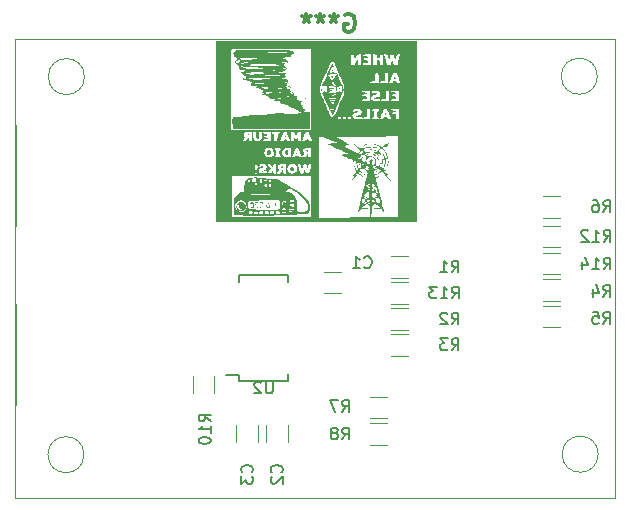
<source format=gbr>
%TF.GenerationSoftware,KiCad,Pcbnew,6.0.2*%
%TF.CreationDate,2022-11-10T22:55:42+01:00*%
%TF.ProjectId,SI4735,53493437-3335-42e6-9b69-6361645f7063,rev?*%
%TF.SameCoordinates,Original*%
%TF.FileFunction,Legend,Bot*%
%TF.FilePolarity,Positive*%
%FSLAX46Y46*%
G04 Gerber Fmt 4.6, Leading zero omitted, Abs format (unit mm)*
G04 Created by KiCad (PCBNEW 6.0.2) date 2022-11-10 22:55:42*
%MOMM*%
%LPD*%
G01*
G04 APERTURE LIST*
%TA.AperFunction,Profile*%
%ADD10C,0.050000*%
%TD*%
%ADD11C,0.150000*%
%ADD12C,0.300000*%
%TA.AperFunction,Profile*%
%ADD13C,0.100000*%
%TD*%
%ADD14C,0.120000*%
G04 APERTURE END LIST*
D10*
X243000000Y-45450000D02*
G75*
G03*
X243000000Y-45450000I-1526434J0D01*
G01*
X243076434Y-77450000D02*
G75*
G03*
X243076434Y-77450000I-1526434J0D01*
G01*
X199535580Y-77486292D02*
G75*
G03*
X199535580Y-77486292I-1526434J0D01*
G01*
X244475000Y-81120000D02*
X193725000Y-81120000D01*
X193725000Y-81120000D02*
X193725000Y-42300000D01*
X193725000Y-42300000D02*
X244475000Y-42300000D01*
X244475000Y-42300000D02*
X244475000Y-81120000D01*
X199576434Y-45480000D02*
G75*
G03*
X199576434Y-45480000I-1526434J0D01*
G01*
D11*
%TO.C,C1*%
X223266666Y-61607142D02*
X223314285Y-61654761D01*
X223457142Y-61702380D01*
X223552380Y-61702380D01*
X223695238Y-61654761D01*
X223790476Y-61559523D01*
X223838095Y-61464285D01*
X223885714Y-61273809D01*
X223885714Y-61130952D01*
X223838095Y-60940476D01*
X223790476Y-60845238D01*
X223695238Y-60750000D01*
X223552380Y-60702380D01*
X223457142Y-60702380D01*
X223314285Y-60750000D01*
X223266666Y-60797619D01*
X222314285Y-61702380D02*
X222885714Y-61702380D01*
X222600000Y-61702380D02*
X222600000Y-60702380D01*
X222695238Y-60845238D01*
X222790476Y-60940476D01*
X222885714Y-60988095D01*
%TO.C,C2*%
X216257142Y-78983333D02*
X216304761Y-78935714D01*
X216352380Y-78792857D01*
X216352380Y-78697619D01*
X216304761Y-78554761D01*
X216209523Y-78459523D01*
X216114285Y-78411904D01*
X215923809Y-78364285D01*
X215780952Y-78364285D01*
X215590476Y-78411904D01*
X215495238Y-78459523D01*
X215400000Y-78554761D01*
X215352380Y-78697619D01*
X215352380Y-78792857D01*
X215400000Y-78935714D01*
X215447619Y-78983333D01*
X215447619Y-79364285D02*
X215400000Y-79411904D01*
X215352380Y-79507142D01*
X215352380Y-79745238D01*
X215400000Y-79840476D01*
X215447619Y-79888095D01*
X215542857Y-79935714D01*
X215638095Y-79935714D01*
X215780952Y-79888095D01*
X216352380Y-79316666D01*
X216352380Y-79935714D01*
%TO.C,C3*%
X213757142Y-78983333D02*
X213804761Y-78935714D01*
X213852380Y-78792857D01*
X213852380Y-78697619D01*
X213804761Y-78554761D01*
X213709523Y-78459523D01*
X213614285Y-78411904D01*
X213423809Y-78364285D01*
X213280952Y-78364285D01*
X213090476Y-78411904D01*
X212995238Y-78459523D01*
X212900000Y-78554761D01*
X212852380Y-78697619D01*
X212852380Y-78792857D01*
X212900000Y-78935714D01*
X212947619Y-78983333D01*
X212852380Y-79316666D02*
X212852380Y-79935714D01*
X213233333Y-79602380D01*
X213233333Y-79745238D01*
X213280952Y-79840476D01*
X213328571Y-79888095D01*
X213423809Y-79935714D01*
X213661904Y-79935714D01*
X213757142Y-79888095D01*
X213804761Y-79840476D01*
X213852380Y-79745238D01*
X213852380Y-79459523D01*
X213804761Y-79364285D01*
X213757142Y-79316666D01*
%TO.C,R1*%
X230666666Y-62052380D02*
X231000000Y-61576190D01*
X231238095Y-62052380D02*
X231238095Y-61052380D01*
X230857142Y-61052380D01*
X230761904Y-61100000D01*
X230714285Y-61147619D01*
X230666666Y-61242857D01*
X230666666Y-61385714D01*
X230714285Y-61480952D01*
X230761904Y-61528571D01*
X230857142Y-61576190D01*
X231238095Y-61576190D01*
X229714285Y-62052380D02*
X230285714Y-62052380D01*
X230000000Y-62052380D02*
X230000000Y-61052380D01*
X230095238Y-61195238D01*
X230190476Y-61290476D01*
X230285714Y-61338095D01*
%TO.C,R2*%
X230666666Y-66452380D02*
X231000000Y-65976190D01*
X231238095Y-66452380D02*
X231238095Y-65452380D01*
X230857142Y-65452380D01*
X230761904Y-65500000D01*
X230714285Y-65547619D01*
X230666666Y-65642857D01*
X230666666Y-65785714D01*
X230714285Y-65880952D01*
X230761904Y-65928571D01*
X230857142Y-65976190D01*
X231238095Y-65976190D01*
X230285714Y-65547619D02*
X230238095Y-65500000D01*
X230142857Y-65452380D01*
X229904761Y-65452380D01*
X229809523Y-65500000D01*
X229761904Y-65547619D01*
X229714285Y-65642857D01*
X229714285Y-65738095D01*
X229761904Y-65880952D01*
X230333333Y-66452380D01*
X229714285Y-66452380D01*
%TO.C,R3*%
X230666666Y-68652380D02*
X231000000Y-68176190D01*
X231238095Y-68652380D02*
X231238095Y-67652380D01*
X230857142Y-67652380D01*
X230761904Y-67700000D01*
X230714285Y-67747619D01*
X230666666Y-67842857D01*
X230666666Y-67985714D01*
X230714285Y-68080952D01*
X230761904Y-68128571D01*
X230857142Y-68176190D01*
X231238095Y-68176190D01*
X230333333Y-67652380D02*
X229714285Y-67652380D01*
X230047619Y-68033333D01*
X229904761Y-68033333D01*
X229809523Y-68080952D01*
X229761904Y-68128571D01*
X229714285Y-68223809D01*
X229714285Y-68461904D01*
X229761904Y-68557142D01*
X229809523Y-68604761D01*
X229904761Y-68652380D01*
X230190476Y-68652380D01*
X230285714Y-68604761D01*
X230333333Y-68557142D01*
%TO.C,R4*%
X243516666Y-64102380D02*
X243850000Y-63626190D01*
X244088095Y-64102380D02*
X244088095Y-63102380D01*
X243707142Y-63102380D01*
X243611904Y-63150000D01*
X243564285Y-63197619D01*
X243516666Y-63292857D01*
X243516666Y-63435714D01*
X243564285Y-63530952D01*
X243611904Y-63578571D01*
X243707142Y-63626190D01*
X244088095Y-63626190D01*
X242659523Y-63435714D02*
X242659523Y-64102380D01*
X242897619Y-63054761D02*
X243135714Y-63769047D01*
X242516666Y-63769047D01*
%TO.C,R5*%
X243516666Y-66402380D02*
X243850000Y-65926190D01*
X244088095Y-66402380D02*
X244088095Y-65402380D01*
X243707142Y-65402380D01*
X243611904Y-65450000D01*
X243564285Y-65497619D01*
X243516666Y-65592857D01*
X243516666Y-65735714D01*
X243564285Y-65830952D01*
X243611904Y-65878571D01*
X243707142Y-65926190D01*
X244088095Y-65926190D01*
X242611904Y-65402380D02*
X243088095Y-65402380D01*
X243135714Y-65878571D01*
X243088095Y-65830952D01*
X242992857Y-65783333D01*
X242754761Y-65783333D01*
X242659523Y-65830952D01*
X242611904Y-65878571D01*
X242564285Y-65973809D01*
X242564285Y-66211904D01*
X242611904Y-66307142D01*
X242659523Y-66354761D01*
X242754761Y-66402380D01*
X242992857Y-66402380D01*
X243088095Y-66354761D01*
X243135714Y-66307142D01*
%TO.C,R6*%
X243516666Y-56952380D02*
X243850000Y-56476190D01*
X244088095Y-56952380D02*
X244088095Y-55952380D01*
X243707142Y-55952380D01*
X243611904Y-56000000D01*
X243564285Y-56047619D01*
X243516666Y-56142857D01*
X243516666Y-56285714D01*
X243564285Y-56380952D01*
X243611904Y-56428571D01*
X243707142Y-56476190D01*
X244088095Y-56476190D01*
X242659523Y-55952380D02*
X242850000Y-55952380D01*
X242945238Y-56000000D01*
X242992857Y-56047619D01*
X243088095Y-56190476D01*
X243135714Y-56380952D01*
X243135714Y-56761904D01*
X243088095Y-56857142D01*
X243040476Y-56904761D01*
X242945238Y-56952380D01*
X242754761Y-56952380D01*
X242659523Y-56904761D01*
X242611904Y-56857142D01*
X242564285Y-56761904D01*
X242564285Y-56523809D01*
X242611904Y-56428571D01*
X242659523Y-56380952D01*
X242754761Y-56333333D01*
X242945238Y-56333333D01*
X243040476Y-56380952D01*
X243088095Y-56428571D01*
X243135714Y-56523809D01*
%TO.C,R7*%
X221400666Y-73858380D02*
X221734000Y-73382190D01*
X221972095Y-73858380D02*
X221972095Y-72858380D01*
X221591142Y-72858380D01*
X221495904Y-72906000D01*
X221448285Y-72953619D01*
X221400666Y-73048857D01*
X221400666Y-73191714D01*
X221448285Y-73286952D01*
X221495904Y-73334571D01*
X221591142Y-73382190D01*
X221972095Y-73382190D01*
X221067333Y-72858380D02*
X220400666Y-72858380D01*
X220829238Y-73858380D01*
%TO.C,R8*%
X221400666Y-76194380D02*
X221734000Y-75718190D01*
X221972095Y-76194380D02*
X221972095Y-75194380D01*
X221591142Y-75194380D01*
X221495904Y-75242000D01*
X221448285Y-75289619D01*
X221400666Y-75384857D01*
X221400666Y-75527714D01*
X221448285Y-75622952D01*
X221495904Y-75670571D01*
X221591142Y-75718190D01*
X221972095Y-75718190D01*
X220829238Y-75622952D02*
X220924476Y-75575333D01*
X220972095Y-75527714D01*
X221019714Y-75432476D01*
X221019714Y-75384857D01*
X220972095Y-75289619D01*
X220924476Y-75242000D01*
X220829238Y-75194380D01*
X220638761Y-75194380D01*
X220543523Y-75242000D01*
X220495904Y-75289619D01*
X220448285Y-75384857D01*
X220448285Y-75432476D01*
X220495904Y-75527714D01*
X220543523Y-75575333D01*
X220638761Y-75622952D01*
X220829238Y-75622952D01*
X220924476Y-75670571D01*
X220972095Y-75718190D01*
X221019714Y-75813428D01*
X221019714Y-76003904D01*
X220972095Y-76099142D01*
X220924476Y-76146761D01*
X220829238Y-76194380D01*
X220638761Y-76194380D01*
X220543523Y-76146761D01*
X220495904Y-76099142D01*
X220448285Y-76003904D01*
X220448285Y-75813428D01*
X220495904Y-75718190D01*
X220543523Y-75670571D01*
X220638761Y-75622952D01*
%TO.C,U2*%
X215511904Y-71302380D02*
X215511904Y-72111904D01*
X215464285Y-72207142D01*
X215416666Y-72254761D01*
X215321428Y-72302380D01*
X215130952Y-72302380D01*
X215035714Y-72254761D01*
X214988095Y-72207142D01*
X214940476Y-72111904D01*
X214940476Y-71302380D01*
X214511904Y-71397619D02*
X214464285Y-71350000D01*
X214369047Y-71302380D01*
X214130952Y-71302380D01*
X214035714Y-71350000D01*
X213988095Y-71397619D01*
X213940476Y-71492857D01*
X213940476Y-71588095D01*
X213988095Y-71730952D01*
X214559523Y-72302380D01*
X213940476Y-72302380D01*
%TO.C,R13*%
X230692857Y-64252380D02*
X231026190Y-63776190D01*
X231264285Y-64252380D02*
X231264285Y-63252380D01*
X230883333Y-63252380D01*
X230788095Y-63300000D01*
X230740476Y-63347619D01*
X230692857Y-63442857D01*
X230692857Y-63585714D01*
X230740476Y-63680952D01*
X230788095Y-63728571D01*
X230883333Y-63776190D01*
X231264285Y-63776190D01*
X229740476Y-64252380D02*
X230311904Y-64252380D01*
X230026190Y-64252380D02*
X230026190Y-63252380D01*
X230121428Y-63395238D01*
X230216666Y-63490476D01*
X230311904Y-63538095D01*
X229407142Y-63252380D02*
X228788095Y-63252380D01*
X229121428Y-63633333D01*
X228978571Y-63633333D01*
X228883333Y-63680952D01*
X228835714Y-63728571D01*
X228788095Y-63823809D01*
X228788095Y-64061904D01*
X228835714Y-64157142D01*
X228883333Y-64204761D01*
X228978571Y-64252380D01*
X229264285Y-64252380D01*
X229359523Y-64204761D01*
X229407142Y-64157142D01*
%TO.C,R12*%
X243542857Y-59452380D02*
X243876190Y-58976190D01*
X244114285Y-59452380D02*
X244114285Y-58452380D01*
X243733333Y-58452380D01*
X243638095Y-58500000D01*
X243590476Y-58547619D01*
X243542857Y-58642857D01*
X243542857Y-58785714D01*
X243590476Y-58880952D01*
X243638095Y-58928571D01*
X243733333Y-58976190D01*
X244114285Y-58976190D01*
X242590476Y-59452380D02*
X243161904Y-59452380D01*
X242876190Y-59452380D02*
X242876190Y-58452380D01*
X242971428Y-58595238D01*
X243066666Y-58690476D01*
X243161904Y-58738095D01*
X242209523Y-58547619D02*
X242161904Y-58500000D01*
X242066666Y-58452380D01*
X241828571Y-58452380D01*
X241733333Y-58500000D01*
X241685714Y-58547619D01*
X241638095Y-58642857D01*
X241638095Y-58738095D01*
X241685714Y-58880952D01*
X242257142Y-59452380D01*
X241638095Y-59452380D01*
%TO.C,R10*%
X210252380Y-74669642D02*
X209776190Y-74336309D01*
X210252380Y-74098214D02*
X209252380Y-74098214D01*
X209252380Y-74479166D01*
X209300000Y-74574404D01*
X209347619Y-74622023D01*
X209442857Y-74669642D01*
X209585714Y-74669642D01*
X209680952Y-74622023D01*
X209728571Y-74574404D01*
X209776190Y-74479166D01*
X209776190Y-74098214D01*
X210252380Y-75622023D02*
X210252380Y-75050595D01*
X210252380Y-75336309D02*
X209252380Y-75336309D01*
X209395238Y-75241071D01*
X209490476Y-75145833D01*
X209538095Y-75050595D01*
X209252380Y-76241071D02*
X209252380Y-76336309D01*
X209300000Y-76431547D01*
X209347619Y-76479166D01*
X209442857Y-76526785D01*
X209633333Y-76574404D01*
X209871428Y-76574404D01*
X210061904Y-76526785D01*
X210157142Y-76479166D01*
X210204761Y-76431547D01*
X210252380Y-76336309D01*
X210252380Y-76241071D01*
X210204761Y-76145833D01*
X210157142Y-76098214D01*
X210061904Y-76050595D01*
X209871428Y-76002976D01*
X209633333Y-76002976D01*
X209442857Y-76050595D01*
X209347619Y-76098214D01*
X209300000Y-76145833D01*
X209252380Y-76241071D01*
%TO.C,R14*%
X243542857Y-61802380D02*
X243876190Y-61326190D01*
X244114285Y-61802380D02*
X244114285Y-60802380D01*
X243733333Y-60802380D01*
X243638095Y-60850000D01*
X243590476Y-60897619D01*
X243542857Y-60992857D01*
X243542857Y-61135714D01*
X243590476Y-61230952D01*
X243638095Y-61278571D01*
X243733333Y-61326190D01*
X244114285Y-61326190D01*
X242590476Y-61802380D02*
X243161904Y-61802380D01*
X242876190Y-61802380D02*
X242876190Y-60802380D01*
X242971428Y-60945238D01*
X243066666Y-61040476D01*
X243161904Y-61088095D01*
X241733333Y-61135714D02*
X241733333Y-61802380D01*
X241971428Y-60754761D02*
X242209523Y-61469047D01*
X241590476Y-61469047D01*
D12*
%TO.C,G\u002A\u002A\u002A*%
X221642571Y-40238000D02*
X221787714Y-40165428D01*
X222005428Y-40165428D01*
X222223142Y-40238000D01*
X222368285Y-40383142D01*
X222440857Y-40528285D01*
X222513428Y-40818571D01*
X222513428Y-41036285D01*
X222440857Y-41326571D01*
X222368285Y-41471714D01*
X222223142Y-41616857D01*
X222005428Y-41689428D01*
X221860285Y-41689428D01*
X221642571Y-41616857D01*
X221570000Y-41544285D01*
X221570000Y-41036285D01*
X221860285Y-41036285D01*
X220699142Y-40165428D02*
X220699142Y-40528285D01*
X221062000Y-40383142D02*
X220699142Y-40528285D01*
X220336285Y-40383142D01*
X220916857Y-40818571D02*
X220699142Y-40528285D01*
X220481428Y-40818571D01*
X219538000Y-40165428D02*
X219538000Y-40528285D01*
X219900857Y-40383142D02*
X219538000Y-40528285D01*
X219175142Y-40383142D01*
X219755714Y-40818571D02*
X219538000Y-40528285D01*
X219320285Y-40818571D01*
X218376857Y-40165428D02*
X218376857Y-40528285D01*
X218739714Y-40383142D02*
X218376857Y-40528285D01*
X218014000Y-40383142D01*
X218594571Y-40818571D02*
X218376857Y-40528285D01*
X218159142Y-40818571D01*
D13*
%TO.C,J2*%
X193760000Y-49540000D02*
X193760000Y-58140000D01*
%TO.C,J3*%
X193760000Y-64720000D02*
X193760000Y-73320000D01*
D14*
%TO.C,C1*%
X221311252Y-63810000D02*
X219888748Y-63810000D01*
X221311252Y-61990000D02*
X219888748Y-61990000D01*
%TO.C,C2*%
X214990000Y-74980748D02*
X214990000Y-76403252D01*
X216810000Y-74980748D02*
X216810000Y-76403252D01*
%TO.C,C3*%
X214270000Y-74980748D02*
X214270000Y-76403252D01*
X212450000Y-74980748D02*
X212450000Y-76403252D01*
%TO.C,R1*%
X225535436Y-60690000D02*
X226989564Y-60690000D01*
X225535436Y-62510000D02*
X226989564Y-62510000D01*
%TO.C,R2*%
X225535436Y-66910000D02*
X226989564Y-66910000D01*
X225535436Y-65090000D02*
X226989564Y-65090000D01*
%TO.C,R3*%
X225547936Y-69110000D02*
X227002064Y-69110000D01*
X225547936Y-67290000D02*
X227002064Y-67290000D01*
%TO.C,R4*%
X239827064Y-64460000D02*
X238372936Y-64460000D01*
X239827064Y-62640000D02*
X238372936Y-62640000D01*
%TO.C,R5*%
X239827064Y-64890000D02*
X238372936Y-64890000D01*
X239827064Y-66710000D02*
X238372936Y-66710000D01*
%TO.C,R6*%
X239827064Y-55590000D02*
X238372936Y-55590000D01*
X239827064Y-57410000D02*
X238372936Y-57410000D01*
%TO.C,R7*%
X225189564Y-72590000D02*
X223735436Y-72590000D01*
X225189564Y-74410000D02*
X223735436Y-74410000D01*
%TO.C,R8*%
X225189564Y-74840000D02*
X223735436Y-74840000D01*
X225189564Y-76660000D02*
X223735436Y-76660000D01*
D11*
%TO.C,U2*%
X216825000Y-71225000D02*
X216825000Y-70667500D01*
X212675000Y-70750000D02*
X211550000Y-70750000D01*
X212675000Y-71225000D02*
X216825000Y-71225000D01*
X212675000Y-71225000D02*
X212675000Y-70750000D01*
X212675000Y-62275000D02*
X212675000Y-62832500D01*
X212675000Y-62275000D02*
X216825000Y-62275000D01*
X216825000Y-62275000D02*
X216825000Y-62832500D01*
D14*
%TO.C,R13*%
X225535436Y-62890000D02*
X226989564Y-62890000D01*
X225535436Y-64710000D02*
X226989564Y-64710000D01*
%TO.C,R12*%
X239827064Y-59910000D02*
X238372936Y-59910000D01*
X239827064Y-58090000D02*
X238372936Y-58090000D01*
%TO.C,R10*%
X208740000Y-70822936D02*
X208740000Y-72277064D01*
X210560000Y-70822936D02*
X210560000Y-72277064D01*
%TO.C,R14*%
X238372936Y-62210000D02*
X239827064Y-62210000D01*
X238372936Y-60390000D02*
X239827064Y-60390000D01*
%TO.C,G\u002A\u002A\u002A*%
G36*
X221501008Y-46478174D02*
G01*
X221523493Y-46581996D01*
X221519942Y-46612547D01*
X221480880Y-46744489D01*
X221407837Y-46928171D01*
X221312267Y-47133676D01*
X221270725Y-47218514D01*
X221183861Y-47407853D01*
X221142613Y-47509668D01*
X221123597Y-47556605D01*
X221101040Y-47638237D01*
X221097813Y-47651330D01*
X221088737Y-47688151D01*
X221037208Y-47820869D01*
X220954766Y-48006631D01*
X220914503Y-48090541D01*
X220851492Y-48221859D01*
X220769124Y-48384502D01*
X220675788Y-48560184D01*
X220606735Y-48679949D01*
X220572824Y-48724221D01*
X220562668Y-48716288D01*
X220512807Y-48639662D01*
X220437011Y-48501707D01*
X220347508Y-48327214D01*
X220312802Y-48256169D01*
X220385082Y-48256169D01*
X220423299Y-48289259D01*
X220543454Y-48301767D01*
X220600333Y-48301286D01*
X220691211Y-48285867D01*
X220725865Y-48225772D01*
X220731393Y-48090541D01*
X220730047Y-48043192D01*
X220711654Y-47926162D01*
X220678587Y-47879314D01*
X220677930Y-47879326D01*
X220641076Y-47926502D01*
X220625780Y-48037734D01*
X220624941Y-48073582D01*
X220598684Y-48169798D01*
X220523283Y-48196154D01*
X220462632Y-48204600D01*
X220388150Y-48248961D01*
X220385082Y-48256169D01*
X220312802Y-48256169D01*
X220256530Y-48140977D01*
X220176307Y-47967787D01*
X220119067Y-47832438D01*
X220097043Y-47759723D01*
X220093233Y-47740361D01*
X220055352Y-47640574D01*
X220437389Y-47640574D01*
X220467360Y-47694491D01*
X220509894Y-47737850D01*
X220572973Y-47773701D01*
X220605597Y-47760692D01*
X220678587Y-47694491D01*
X220707160Y-47651330D01*
X220683941Y-47622111D01*
X220572973Y-47615281D01*
X220482386Y-47618631D01*
X220437389Y-47640574D01*
X220055352Y-47640574D01*
X220053857Y-47636635D01*
X219996458Y-47509668D01*
X220308940Y-47509668D01*
X220326758Y-47528689D01*
X220422357Y-47552976D01*
X220572973Y-47562474D01*
X220668082Y-47558911D01*
X220789514Y-47539791D01*
X220837007Y-47509668D01*
X220819188Y-47490646D01*
X220723589Y-47466359D01*
X220572973Y-47456861D01*
X220477865Y-47460424D01*
X220356433Y-47479544D01*
X220308940Y-47509668D01*
X219996458Y-47509668D01*
X219980930Y-47475320D01*
X219885816Y-47282112D01*
X219843955Y-47199661D01*
X219757583Y-47026118D01*
X219697678Y-46900782D01*
X219675260Y-46846457D01*
X219694922Y-46832972D01*
X219780874Y-46823181D01*
X219842462Y-46808479D01*
X219886487Y-46743971D01*
X219892445Y-46707532D01*
X219939294Y-46664761D01*
X219963586Y-46673698D01*
X219992100Y-46743971D01*
X220001301Y-46780911D01*
X220071310Y-46823181D01*
X220113980Y-46804701D01*
X220142351Y-46721730D01*
X220150520Y-46553830D01*
X220150520Y-46284480D01*
X219912890Y-46303379D01*
X219841460Y-46308508D01*
X219722331Y-46313722D01*
X219675260Y-46310375D01*
X219680833Y-46296257D01*
X219721761Y-46207787D01*
X219793766Y-46057182D01*
X219886487Y-45866227D01*
X219931178Y-45773181D01*
X220016532Y-45585128D01*
X220075627Y-45440141D01*
X220097713Y-45363785D01*
X220101316Y-45342966D01*
X220105464Y-45331393D01*
X220204794Y-45331393D01*
X220209368Y-45344679D01*
X220264994Y-45420244D01*
X220363214Y-45525017D01*
X220402297Y-45565448D01*
X220494730Y-45709263D01*
X220520167Y-45882594D01*
X220524877Y-45980866D01*
X220561763Y-46083358D01*
X220652183Y-46146303D01*
X220740818Y-46207866D01*
X220784200Y-46287749D01*
X220772407Y-46338388D01*
X220720832Y-46305676D01*
X220692993Y-46284153D01*
X220564648Y-46246404D01*
X220420424Y-46256420D01*
X220315864Y-46313175D01*
X220293813Y-46343816D01*
X220289250Y-46407564D01*
X220374053Y-46442740D01*
X220555371Y-46453534D01*
X220618381Y-46455200D01*
X220737092Y-46470448D01*
X220784200Y-46496458D01*
X220776237Y-46507655D01*
X220696825Y-46529097D01*
X220559772Y-46536063D01*
X220503132Y-46536541D01*
X220366560Y-46555832D01*
X220327005Y-46591534D01*
X220386173Y-46629217D01*
X220545771Y-46654453D01*
X220617388Y-46661301D01*
X220736955Y-46684914D01*
X220784200Y-46713974D01*
X220774432Y-46725352D01*
X220692153Y-46738247D01*
X220553452Y-46731392D01*
X220514808Y-46727687D01*
X220362833Y-46730313D01*
X220286241Y-46764381D01*
X220294330Y-46820994D01*
X220376359Y-46869616D01*
X220502581Y-46896646D01*
X220641654Y-46890925D01*
X220709883Y-46884001D01*
X220777703Y-46907036D01*
X220759301Y-46955672D01*
X220652183Y-47003286D01*
X220553129Y-47054836D01*
X220520167Y-47167430D01*
X220519642Y-47190766D01*
X220488712Y-47276561D01*
X220388150Y-47298441D01*
X220301324Y-47311552D01*
X220256133Y-47351248D01*
X220289788Y-47375096D01*
X220404206Y-47396038D01*
X220572973Y-47404054D01*
X220716061Y-47398445D01*
X220841714Y-47379375D01*
X220889813Y-47351248D01*
X220857037Y-47316517D01*
X220757797Y-47298441D01*
X220683605Y-47283914D01*
X220626853Y-47218045D01*
X220644808Y-47129519D01*
X220739945Y-47052412D01*
X220751306Y-47047115D01*
X220806075Y-47006318D01*
X220839079Y-46933923D01*
X220857197Y-46805260D01*
X220857677Y-46795306D01*
X220901056Y-46795306D01*
X220988986Y-46823181D01*
X221075172Y-46793448D01*
X221171039Y-46704366D01*
X221253920Y-46585551D01*
X221256690Y-46704366D01*
X221273905Y-46777918D01*
X221338670Y-46823181D01*
X221380792Y-46805385D01*
X221409580Y-46723215D01*
X221417880Y-46556111D01*
X221417880Y-46289042D01*
X221193452Y-46305280D01*
X221127558Y-46310593D01*
X221019865Y-46331818D01*
X220976829Y-46383129D01*
X220969023Y-46488559D01*
X220969021Y-46490287D01*
X220957254Y-46618922D01*
X220929418Y-46695385D01*
X220904607Y-46725779D01*
X220901056Y-46795306D01*
X220857677Y-46795306D01*
X220867309Y-46595659D01*
X220869850Y-46509306D01*
X220869868Y-46331383D01*
X220854630Y-46220780D01*
X220817825Y-46149529D01*
X220753145Y-46089663D01*
X220703297Y-46043131D01*
X220632444Y-45891156D01*
X220660952Y-45708232D01*
X220788637Y-45497412D01*
X220951495Y-45291788D01*
X220577411Y-45291788D01*
X220558718Y-45291837D01*
X220379181Y-45297862D01*
X220252401Y-45311983D01*
X220204794Y-45331393D01*
X220105464Y-45331393D01*
X220138135Y-45240234D01*
X220205036Y-45085164D01*
X220289950Y-44902605D01*
X220380812Y-44717408D01*
X220465553Y-44554422D01*
X220532106Y-44438498D01*
X220568404Y-44394487D01*
X220605780Y-44429995D01*
X220660417Y-44526504D01*
X220689463Y-44596046D01*
X220683245Y-44647719D01*
X220602767Y-44658108D01*
X220558806Y-44662859D01*
X220481038Y-44718623D01*
X220419481Y-44856133D01*
X220408857Y-44888473D01*
X220360978Y-45029226D01*
X220327512Y-45120166D01*
X220329413Y-45160636D01*
X220404503Y-45186175D01*
X220467789Y-45171662D01*
X220542021Y-45099777D01*
X220559351Y-45060205D01*
X220596539Y-45042385D01*
X220670644Y-45099777D01*
X220698824Y-45123868D01*
X220804567Y-45182684D01*
X220865222Y-45162991D01*
X220865347Y-45067360D01*
X220864427Y-45039535D01*
X220898982Y-45076516D01*
X220965016Y-45186175D01*
X221010032Y-45272226D01*
X221018758Y-45291788D01*
X221072933Y-45413232D01*
X221098654Y-45503240D01*
X221104005Y-45530126D01*
X221145300Y-45645331D01*
X221218335Y-45816716D01*
X221312267Y-46018147D01*
X221354284Y-46107341D01*
X221431914Y-46289042D01*
X221440920Y-46310121D01*
X221501008Y-46478174D01*
G37*
G36*
X219951505Y-46455564D02*
G01*
X219992100Y-46506341D01*
X219991495Y-46518292D01*
X219968813Y-46559148D01*
X219960343Y-46556718D01*
X219912890Y-46506341D01*
X219904639Y-46485886D01*
X219936177Y-46453534D01*
X219951505Y-46455564D01*
G37*
G36*
X217615801Y-48486591D02*
G01*
X217589397Y-48512994D01*
X217562994Y-48486591D01*
X217589397Y-48460187D01*
X217615801Y-48486591D01*
G37*
G36*
X215162262Y-56099325D02*
G01*
X215212288Y-56167581D01*
X215243151Y-56315928D01*
X215250004Y-56374591D01*
X215256927Y-56503364D01*
X215247552Y-56566759D01*
X215205146Y-56582619D01*
X215098684Y-56592412D01*
X215059397Y-56590525D01*
X214993934Y-56554052D01*
X214982659Y-56447194D01*
X214986945Y-56378930D01*
X214996009Y-56351144D01*
X215012736Y-56420790D01*
X215043479Y-56494708D01*
X215111158Y-56539605D01*
X215164653Y-56500453D01*
X215190685Y-56398092D01*
X215186626Y-56271525D01*
X215153988Y-56159917D01*
X215094283Y-56102433D01*
X215084703Y-56100112D01*
X215044779Y-56085859D01*
X215107485Y-56085559D01*
X215162262Y-56099325D01*
G37*
G36*
X217615801Y-51915907D02*
G01*
X217609338Y-51955250D01*
X217562994Y-51998233D01*
X217550465Y-51996811D01*
X217510188Y-51948543D01*
X217512202Y-51933727D01*
X217562994Y-51866216D01*
X217590201Y-51861249D01*
X217615801Y-51915907D01*
G37*
G36*
X216929314Y-48275364D02*
G01*
X216902911Y-48301767D01*
X216876508Y-48275364D01*
X216902911Y-48248961D01*
X216929314Y-48275364D01*
G37*
G36*
X220837007Y-44895738D02*
G01*
X220810603Y-44922142D01*
X220784200Y-44895738D01*
X220810603Y-44869335D01*
X220837007Y-44895738D01*
G37*
G36*
X217774221Y-46849584D02*
G01*
X217747817Y-46875988D01*
X217721414Y-46849584D01*
X217747817Y-46823181D01*
X217774221Y-46849584D01*
G37*
G36*
X214282856Y-56447194D02*
G01*
X214282999Y-56450807D01*
X214266135Y-56560045D01*
X214196570Y-56591603D01*
X214148115Y-56584127D01*
X214164058Y-56551998D01*
X214201294Y-56513256D01*
X214250344Y-56407589D01*
X214259590Y-56374248D01*
X214274812Y-56360482D01*
X214282856Y-56447194D01*
G37*
G36*
X216401248Y-53133576D02*
G01*
X216397972Y-53184635D01*
X216365137Y-53208967D01*
X216269122Y-53179034D01*
X216213168Y-53143837D01*
X216251602Y-53100633D01*
X216292787Y-53076956D01*
X216375152Y-53062528D01*
X216401248Y-53133576D01*
G37*
G36*
X217034928Y-48222557D02*
G01*
X217008524Y-48248961D01*
X216982121Y-48222557D01*
X217008524Y-48196154D01*
X217034928Y-48222557D01*
G37*
G36*
X216718088Y-48064137D02*
G01*
X216691684Y-48090541D01*
X216665281Y-48064137D01*
X216691684Y-48037734D01*
X216718088Y-48064137D01*
G37*
G36*
X217226138Y-53108389D02*
G01*
X217313539Y-53189840D01*
X217351768Y-53291996D01*
X217337200Y-53347502D01*
X217271029Y-53444400D01*
X217209031Y-53486271D01*
X217114620Y-53496101D01*
X217028168Y-53417500D01*
X216998309Y-53293389D01*
X217027892Y-53168668D01*
X217116692Y-53087096D01*
X217130490Y-53083316D01*
X217226138Y-53108389D01*
G37*
G36*
X225873708Y-45512346D02*
G01*
X225925542Y-45582225D01*
X225931659Y-45626447D01*
X225878385Y-45661435D01*
X225842254Y-45652254D01*
X225800832Y-45582225D01*
X225806127Y-45545869D01*
X225847989Y-45503015D01*
X225873708Y-45512346D01*
G37*
G36*
X223938671Y-51168240D02*
G01*
X223975442Y-51177616D01*
X223940397Y-51187078D01*
X223820583Y-51191030D01*
X223722576Y-51189301D01*
X223653389Y-51181329D01*
X223674638Y-51168961D01*
X223782502Y-51159553D01*
X223938671Y-51168240D01*
G37*
G36*
X225081608Y-48575132D02*
G01*
X225133442Y-48645011D01*
X225139559Y-48689232D01*
X225086285Y-48724221D01*
X225050154Y-48715039D01*
X225008732Y-48645011D01*
X225014027Y-48608655D01*
X225055889Y-48565801D01*
X225081608Y-48575132D01*
G37*
G36*
X220520167Y-46585551D02*
G01*
X220493763Y-46611954D01*
X220467360Y-46585551D01*
X220493763Y-46559148D01*
X220520167Y-46585551D01*
G37*
G36*
X218460707Y-48222557D02*
G01*
X218434304Y-48248961D01*
X218407901Y-48222557D01*
X218434304Y-48196154D01*
X218460707Y-48222557D01*
G37*
G36*
X217510188Y-46532744D02*
G01*
X217483784Y-46559148D01*
X217457381Y-46532744D01*
X217483784Y-46506341D01*
X217510188Y-46532744D01*
G37*
G36*
X213803036Y-56087357D02*
G01*
X213829131Y-56098126D01*
X213896215Y-56176024D01*
X213928824Y-56332976D01*
X213932607Y-56378961D01*
X213935750Y-56506139D01*
X213925393Y-56568752D01*
X213884068Y-56583409D01*
X213778517Y-56592412D01*
X213774382Y-56592394D01*
X213682025Y-56566317D01*
X213661427Y-56473597D01*
X213662571Y-56454056D01*
X213672623Y-56400185D01*
X213691703Y-56447194D01*
X213715769Y-56495832D01*
X213791190Y-56539605D01*
X213801780Y-56538526D01*
X213851874Y-56484453D01*
X213865878Y-56377943D01*
X213844218Y-56259583D01*
X213787318Y-56169959D01*
X213761472Y-56150002D01*
X213717825Y-56144584D01*
X213706503Y-56229501D01*
X213704737Y-56286842D01*
X213690457Y-56318950D01*
X213648224Y-56257281D01*
X213647777Y-56256508D01*
X213624085Y-56147178D01*
X213682742Y-56083217D01*
X213803036Y-56087357D01*
G37*
G36*
X224196654Y-54935163D02*
G01*
X224187148Y-55005680D01*
X224241843Y-55112836D01*
X224285989Y-55157543D01*
X224322246Y-55228370D01*
X224309714Y-55242954D01*
X224248984Y-55220131D01*
X224165944Y-55160511D01*
X224092327Y-55088344D01*
X224059872Y-55027880D01*
X224074954Y-54980192D01*
X224145040Y-54896277D01*
X224177224Y-54870563D01*
X224213788Y-54859339D01*
X224196654Y-54935163D01*
G37*
G36*
X214431437Y-56417543D02*
G01*
X214464165Y-56488348D01*
X214569464Y-56555570D01*
X214616795Y-56565803D01*
X214628586Y-56577723D01*
X214539813Y-56585220D01*
X214474976Y-56585315D01*
X214411024Y-56551848D01*
X214401786Y-56447194D01*
X214405652Y-56385762D01*
X214414949Y-56352756D01*
X214431437Y-56417543D01*
G37*
G36*
X214869855Y-56566008D02*
G01*
X214843452Y-56592412D01*
X214817048Y-56566008D01*
X214843452Y-56539605D01*
X214869855Y-56566008D01*
G37*
G36*
X216550486Y-56110218D02*
G01*
X216602946Y-56209564D01*
X216606479Y-56245696D01*
X216581354Y-56312093D01*
X216480458Y-56328379D01*
X216438270Y-56327016D01*
X216364575Y-56297556D01*
X216357970Y-56209564D01*
X216386023Y-56133893D01*
X216480458Y-56090749D01*
X216550486Y-56110218D01*
G37*
G36*
X215771129Y-56147208D02*
G01*
X215806124Y-56231430D01*
X215820375Y-56366699D01*
X215816840Y-56480471D01*
X215802830Y-56527838D01*
X215778645Y-56470878D01*
X215744802Y-56309979D01*
X215737326Y-56265072D01*
X215732206Y-56156087D01*
X215764200Y-56141474D01*
X215771129Y-56147208D01*
G37*
G36*
X220784200Y-44737318D02*
G01*
X220757797Y-44763722D01*
X220731393Y-44737318D01*
X220757797Y-44710915D01*
X220784200Y-44737318D01*
G37*
G36*
X220530068Y-46364655D02*
G01*
X220554510Y-46383662D01*
X220498164Y-46396559D01*
X220444604Y-46392825D01*
X220428855Y-46368824D01*
X220447538Y-46358360D01*
X220530068Y-46364655D01*
G37*
G36*
X217061331Y-43707070D02*
G01*
X217059622Y-43722256D01*
X217008179Y-43779532D01*
X216878485Y-43821248D01*
X216661565Y-43849405D01*
X216348441Y-43866003D01*
X215952391Y-43878494D01*
X216195087Y-43923989D01*
X216216425Y-43927989D01*
X216304430Y-43944576D01*
X216475033Y-43977201D01*
X216592793Y-44000336D01*
X216691110Y-44050204D01*
X216736015Y-44096966D01*
X216775448Y-44138030D01*
X216790961Y-44154185D01*
X216843981Y-44235103D01*
X216876794Y-44285182D01*
X216625950Y-44358325D01*
X216608687Y-44363397D01*
X216477254Y-44407895D01*
X216437996Y-44439232D01*
X216480625Y-44464958D01*
X216486913Y-44467199D01*
X216580444Y-44541842D01*
X216589056Y-44555239D01*
X216660428Y-44666267D01*
X216666550Y-44680166D01*
X216704394Y-44790125D01*
X216705021Y-44791947D01*
X216683972Y-44867507D01*
X216591438Y-44957323D01*
X216588370Y-44959249D01*
X216461401Y-45038951D01*
X216226681Y-45085825D01*
X216198915Y-45086541D01*
X216087000Y-45093103D01*
X216069609Y-45107024D01*
X216137215Y-45133368D01*
X216141221Y-45134627D01*
X216280103Y-45163221D01*
X216289904Y-45165239D01*
X216460790Y-45180911D01*
X216580966Y-45194552D01*
X216706561Y-45251047D01*
X216725758Y-45294101D01*
X216746397Y-45340390D01*
X216690788Y-45451199D01*
X216594341Y-45518899D01*
X216448987Y-45555821D01*
X216341025Y-45569765D01*
X216318007Y-45582225D01*
X216269231Y-45608628D01*
X216267809Y-45638823D01*
X216287780Y-45645936D01*
X216332123Y-45661729D01*
X216475288Y-45678014D01*
X216639024Y-45723237D01*
X216774184Y-45783739D01*
X216842607Y-45845761D01*
X216845591Y-45903065D01*
X216843726Y-45906620D01*
X216795054Y-45999378D01*
X216783003Y-46012098D01*
X216768201Y-46039074D01*
X216724764Y-46118235D01*
X216735797Y-46205850D01*
X216813608Y-46242308D01*
X216887122Y-46255658D01*
X217007520Y-46314253D01*
X217065305Y-46361453D01*
X217068722Y-46396395D01*
X217069920Y-46408642D01*
X216995500Y-46480735D01*
X216970098Y-46503671D01*
X216961687Y-46511266D01*
X216918024Y-46580457D01*
X216953629Y-46643813D01*
X217031539Y-46696523D01*
X217163498Y-46747825D01*
X217269078Y-46799311D01*
X217287001Y-46863334D01*
X217296048Y-46895650D01*
X217292740Y-46944442D01*
X217299012Y-47070785D01*
X217322539Y-47097818D01*
X217348053Y-47127134D01*
X217457381Y-47140021D01*
X217491428Y-47141880D01*
X217538268Y-47160187D01*
X217592530Y-47181395D01*
X217610168Y-47225849D01*
X217620520Y-47251938D01*
X217579019Y-47303385D01*
X217560430Y-47326429D01*
X217529310Y-47377704D01*
X217547851Y-47404054D01*
X217572555Y-47439164D01*
X217673125Y-47489079D01*
X217704942Y-47493969D01*
X217807090Y-47509668D01*
X217825092Y-47509912D01*
X217946750Y-47531637D01*
X217986559Y-47579724D01*
X217979293Y-47588074D01*
X217932641Y-47641684D01*
X217905402Y-47663463D01*
X217875602Y-47747297D01*
X217873722Y-47752586D01*
X217892678Y-47791303D01*
X217916877Y-47840730D01*
X218020980Y-47889008D01*
X218121323Y-47920241D01*
X218187987Y-47984927D01*
X218192872Y-48000626D01*
X218191137Y-48036656D01*
X218130753Y-47995565D01*
X218075021Y-47961280D01*
X218013435Y-47982363D01*
X218004224Y-48004950D01*
X218033480Y-48037734D01*
X218056982Y-48049023D01*
X218057350Y-48116944D01*
X218056336Y-48171940D01*
X218135101Y-48196154D01*
X218143903Y-48196284D01*
X218252268Y-48229191D01*
X218277132Y-48281312D01*
X218286279Y-48300487D01*
X218231145Y-48381608D01*
X218172431Y-48429936D01*
X218155408Y-48475116D01*
X218226752Y-48495814D01*
X218394699Y-48497886D01*
X218645531Y-48491828D01*
X218660222Y-49215301D01*
X218674914Y-49938774D01*
X212131404Y-49938774D01*
X212114455Y-49458824D01*
X212113247Y-49421186D01*
X212112837Y-49177750D01*
X212126786Y-49009859D01*
X212153991Y-48932195D01*
X212197295Y-48914633D01*
X212326488Y-48894953D01*
X212497234Y-48888564D01*
X212514677Y-48888605D01*
X212718301Y-48877574D01*
X212969262Y-48849828D01*
X213217318Y-48810793D01*
X213281513Y-48799487D01*
X213662809Y-48757450D01*
X214009418Y-48759654D01*
X214249110Y-48765235D01*
X214565509Y-48747724D01*
X214896258Y-48708276D01*
X215204480Y-48662696D01*
X215564737Y-48616895D01*
X215864418Y-48590970D01*
X216128441Y-48583664D01*
X216381721Y-48593720D01*
X216649176Y-48619881D01*
X216800454Y-48636563D01*
X217073544Y-48654691D01*
X217308208Y-48648070D01*
X217548436Y-48616536D01*
X217580678Y-48610844D01*
X217753236Y-48573198D01*
X217868072Y-48535722D01*
X217901764Y-48505756D01*
X217885640Y-48488546D01*
X217799908Y-48460187D01*
X217792932Y-48459681D01*
X217703207Y-48417642D01*
X217594730Y-48328703D01*
X217559353Y-48301767D01*
X218143867Y-48301767D01*
X218144473Y-48313718D01*
X218167154Y-48354574D01*
X218175625Y-48352144D01*
X218223077Y-48301767D01*
X218231329Y-48281312D01*
X218199790Y-48248961D01*
X218184463Y-48250990D01*
X218143867Y-48301767D01*
X217559353Y-48301767D01*
X217484137Y-48244498D01*
X217372441Y-48232063D01*
X217319001Y-48244470D01*
X217318169Y-48207796D01*
X217320883Y-48202629D01*
X217293130Y-48152901D01*
X217170129Y-48114057D01*
X217000861Y-48053041D01*
X216849101Y-47952969D01*
X216784204Y-47900616D01*
X216647563Y-47842577D01*
X216454841Y-47826507D01*
X216354275Y-47825311D01*
X216246842Y-47811147D01*
X216242385Y-47807186D01*
X217044268Y-47807186D01*
X217087734Y-47826507D01*
X217115690Y-47822696D01*
X217122939Y-47791303D01*
X217115199Y-47784983D01*
X217052530Y-47791303D01*
X217044268Y-47807186D01*
X216242385Y-47807186D01*
X216198641Y-47768314D01*
X216194218Y-47747297D01*
X216242828Y-47747297D01*
X216269231Y-47773701D01*
X216295634Y-47747297D01*
X216269231Y-47720894D01*
X216242828Y-47747297D01*
X216194218Y-47747297D01*
X216180327Y-47681289D01*
X216175170Y-47642286D01*
X216165705Y-47615281D01*
X217721414Y-47615281D01*
X217722836Y-47627810D01*
X217771104Y-47668087D01*
X217785920Y-47666073D01*
X217853431Y-47615281D01*
X217858399Y-47588074D01*
X217803741Y-47562474D01*
X217764397Y-47568937D01*
X217721414Y-47615281D01*
X216165705Y-47615281D01*
X216153903Y-47581606D01*
X216099340Y-47547722D01*
X215987392Y-47530590D01*
X215793971Y-47520164D01*
X215711239Y-47516413D01*
X215556384Y-47502853D01*
X215522102Y-47493031D01*
X216748735Y-47493031D01*
X216823701Y-47501330D01*
X216896343Y-47493969D01*
X216889709Y-47474695D01*
X216865806Y-47467720D01*
X216757693Y-47474695D01*
X216748735Y-47493031D01*
X215522102Y-47493031D01*
X215442470Y-47470216D01*
X215344552Y-47404054D01*
X215397921Y-47404054D01*
X215397934Y-47404711D01*
X215445110Y-47441565D01*
X215556341Y-47456861D01*
X215558312Y-47456857D01*
X215668874Y-47441131D01*
X215714761Y-47404054D01*
X215714749Y-47403397D01*
X215667573Y-47366543D01*
X215556341Y-47351248D01*
X215554370Y-47351252D01*
X215443809Y-47366977D01*
X215397921Y-47404054D01*
X215344552Y-47404054D01*
X215342635Y-47402759D01*
X215274165Y-47331003D01*
X215978795Y-47331003D01*
X215998448Y-47342729D01*
X216084408Y-47351248D01*
X216145749Y-47342287D01*
X216190021Y-47303385D01*
X216177388Y-47289692D01*
X216535094Y-47289692D01*
X216615377Y-47273510D01*
X216770894Y-47219231D01*
X216785954Y-47213101D01*
X217332853Y-47213101D01*
X217340793Y-47229632D01*
X217430978Y-47235340D01*
X217447376Y-47234991D01*
X217517515Y-47225849D01*
X217495981Y-47209040D01*
X217442392Y-47200550D01*
X217337561Y-47210996D01*
X217332853Y-47213101D01*
X216785954Y-47213101D01*
X216821351Y-47198693D01*
X216886354Y-47160187D01*
X216850104Y-47145910D01*
X216747899Y-47163226D01*
X216612474Y-47219231D01*
X216538213Y-47267777D01*
X216535094Y-47289692D01*
X216177388Y-47289692D01*
X216168612Y-47280179D01*
X216084408Y-47283140D01*
X216022335Y-47303264D01*
X215978795Y-47331003D01*
X215274165Y-47331003D01*
X215230020Y-47284739D01*
X215093440Y-47119395D01*
X215345115Y-47119395D01*
X215346681Y-47122076D01*
X215407692Y-47134832D01*
X215529938Y-47140021D01*
X215554095Y-47139659D01*
X215668309Y-47125721D01*
X215714761Y-47097818D01*
X215712947Y-47092127D01*
X215651523Y-47073481D01*
X215529938Y-47077192D01*
X215505385Y-47080241D01*
X215391441Y-47100366D01*
X215345115Y-47119395D01*
X215093440Y-47119395D01*
X215077763Y-47100416D01*
X215075290Y-47097573D01*
X214984794Y-47052866D01*
X214847835Y-47034408D01*
X214723454Y-47020477D01*
X214610416Y-46964032D01*
X214576076Y-46878876D01*
X214633869Y-46780926D01*
X214686058Y-46733863D01*
X214707165Y-46721477D01*
X214664392Y-46781263D01*
X214630253Y-46852132D01*
X214640767Y-46942630D01*
X214714551Y-46981601D01*
X214754761Y-46945429D01*
X214759815Y-46881971D01*
X214952763Y-46881971D01*
X215023873Y-46917698D01*
X215157483Y-46924865D01*
X215311318Y-46903347D01*
X215429664Y-46860684D01*
X215952854Y-46860684D01*
X216031601Y-46863492D01*
X216159464Y-46853260D01*
X216322038Y-46823181D01*
X216411572Y-46798857D01*
X216415549Y-46795501D01*
X217007880Y-46795501D01*
X217047183Y-46875988D01*
X217088636Y-46934401D01*
X217159844Y-46977695D01*
X217223400Y-46922890D01*
X217223667Y-46863334D01*
X217156187Y-46799820D01*
X217047682Y-46771183D01*
X217036159Y-46771446D01*
X217019428Y-46785678D01*
X217007880Y-46795501D01*
X216415549Y-46795501D01*
X216427189Y-46785678D01*
X216348441Y-46782870D01*
X216220578Y-46793102D01*
X216213163Y-46794474D01*
X216058005Y-46823181D01*
X215968471Y-46847505D01*
X215952854Y-46860684D01*
X215429664Y-46860684D01*
X215444435Y-46855359D01*
X215498941Y-46823286D01*
X215519320Y-46794474D01*
X215461656Y-46775567D01*
X215312418Y-46756426D01*
X215192689Y-46749188D01*
X215038825Y-46765800D01*
X214952782Y-46812179D01*
X214952763Y-46881971D01*
X214759815Y-46881971D01*
X214762375Y-46849827D01*
X214736545Y-46735173D01*
X214681260Y-46642130D01*
X214616022Y-46595018D01*
X214496436Y-46559148D01*
X214438653Y-46549762D01*
X214394595Y-46506341D01*
X214354857Y-46480228D01*
X214235579Y-46456952D01*
X214064553Y-46444657D01*
X213734512Y-46435780D01*
X214051352Y-46402927D01*
X214153979Y-46390421D01*
X214217431Y-46376134D01*
X214561753Y-46376134D01*
X214604105Y-46394879D01*
X214715835Y-46404439D01*
X214793146Y-46407795D01*
X214840232Y-46421146D01*
X214794506Y-46448012D01*
X214757049Y-46463283D01*
X214723434Y-46491972D01*
X214785623Y-46523510D01*
X214788802Y-46524720D01*
X214982067Y-46553540D01*
X215028781Y-46537590D01*
X215666127Y-46537590D01*
X215704660Y-46548459D01*
X215823130Y-46556199D01*
X215996397Y-46559148D01*
X216162975Y-46553625D01*
X216298934Y-46534217D01*
X216348441Y-46503671D01*
X216302229Y-46484368D01*
X216184500Y-46477116D01*
X216028650Y-46480436D01*
X215868077Y-46492679D01*
X215736179Y-46512197D01*
X215666355Y-46537341D01*
X215666127Y-46537590D01*
X215028781Y-46537590D01*
X215179847Y-46486010D01*
X215197727Y-46475915D01*
X215243098Y-46442147D01*
X215226302Y-46419311D01*
X215132978Y-46400827D01*
X214948769Y-46380116D01*
X214948378Y-46380076D01*
X214765193Y-46365633D01*
X214627100Y-46362793D01*
X214563968Y-46372173D01*
X214561753Y-46376134D01*
X214217431Y-46376134D01*
X214267550Y-46364849D01*
X214275907Y-46336570D01*
X214178934Y-46305381D01*
X214035619Y-46281094D01*
X216639458Y-46281094D01*
X216683532Y-46322087D01*
X216732557Y-46368375D01*
X216768919Y-46442147D01*
X216770894Y-46446154D01*
X216807822Y-46496690D01*
X216887272Y-46500447D01*
X216955718Y-46453534D01*
X216973224Y-46396395D01*
X216917927Y-46326435D01*
X216763389Y-46282749D01*
X216677306Y-46272346D01*
X216639458Y-46281094D01*
X214035619Y-46281094D01*
X213976516Y-46271078D01*
X213940412Y-46266406D01*
X213777071Y-46263908D01*
X213694300Y-46306281D01*
X213662784Y-46340395D01*
X213672597Y-46288348D01*
X213678394Y-46239941D01*
X213640812Y-46143327D01*
X213616049Y-46084320D01*
X213634395Y-46063628D01*
X213975206Y-46063628D01*
X214024948Y-46086787D01*
X214188179Y-46115918D01*
X214394984Y-46126343D01*
X214594232Y-46117061D01*
X214737838Y-46087990D01*
X214793404Y-46064441D01*
X214803978Y-46039074D01*
X214782687Y-46031081D01*
X216457828Y-46031081D01*
X216581492Y-46031081D01*
X216644750Y-46024375D01*
X216746981Y-45977438D01*
X216792438Y-45906620D01*
X216758344Y-45836927D01*
X216682824Y-45827506D01*
X216574756Y-45909131D01*
X216457828Y-46031081D01*
X214782687Y-46031081D01*
X214718527Y-46006994D01*
X214618808Y-45993081D01*
X214444135Y-45992328D01*
X214243267Y-46007344D01*
X214124665Y-46021973D01*
X214005146Y-46043223D01*
X213975206Y-46063628D01*
X213634395Y-46063628D01*
X213679341Y-46012936D01*
X213706300Y-45991946D01*
X213740047Y-45945645D01*
X213707176Y-45907764D01*
X213595109Y-45870067D01*
X213391269Y-45824319D01*
X213272371Y-45797309D01*
X213118307Y-45754390D01*
X213028058Y-45718745D01*
X213010066Y-45705596D01*
X212992507Y-45661435D01*
X213074429Y-45661435D01*
X213083365Y-45685727D01*
X213153639Y-45714241D01*
X213190078Y-45708284D01*
X213232849Y-45661435D01*
X213223912Y-45637142D01*
X213153639Y-45608628D01*
X213117200Y-45614586D01*
X213074429Y-45661435D01*
X212992507Y-45661435D01*
X212983446Y-45638645D01*
X213017996Y-45601586D01*
X213474831Y-45601586D01*
X213493147Y-45627974D01*
X213573729Y-45661435D01*
X213589866Y-45668136D01*
X213744555Y-45707199D01*
X213937429Y-45737988D01*
X214376120Y-45757480D01*
X214790645Y-45711212D01*
X214804510Y-45708409D01*
X215010794Y-45675868D01*
X215213098Y-45656169D01*
X215226960Y-45655362D01*
X215295972Y-45645936D01*
X215275661Y-45633440D01*
X215180600Y-45619095D01*
X215025360Y-45604122D01*
X214824515Y-45589742D01*
X214685783Y-45582225D01*
X215820375Y-45582225D01*
X215846778Y-45608628D01*
X215873181Y-45582225D01*
X215846778Y-45555821D01*
X215820375Y-45582225D01*
X214685783Y-45582225D01*
X214592637Y-45577178D01*
X214344299Y-45567650D01*
X214094073Y-45562381D01*
X213884900Y-45563004D01*
X213680122Y-45570471D01*
X213535936Y-45583806D01*
X213474831Y-45601586D01*
X213017996Y-45601586D01*
X213037569Y-45580592D01*
X213153639Y-45555821D01*
X213246632Y-45547576D01*
X213301637Y-45510246D01*
X213260805Y-45451919D01*
X213195237Y-45418300D01*
X214779202Y-45418300D01*
X214856956Y-45430621D01*
X215036104Y-45438191D01*
X215318711Y-45441192D01*
X215360663Y-45441225D01*
X215666071Y-45437002D01*
X215907230Y-45425635D01*
X216075867Y-45408329D01*
X216163712Y-45386287D01*
X216162985Y-45371035D01*
X216525649Y-45371035D01*
X216526551Y-45386287D01*
X216530791Y-45457990D01*
X216558788Y-45503015D01*
X216562049Y-45502912D01*
X216635540Y-45459280D01*
X216690460Y-45372210D01*
X216693114Y-45294101D01*
X216627611Y-45240081D01*
X216560091Y-45267375D01*
X216525649Y-45371035D01*
X216162985Y-45371035D01*
X216162493Y-45360711D01*
X216063938Y-45332805D01*
X215926282Y-45321317D01*
X215715682Y-45320852D01*
X215466277Y-45329888D01*
X215211249Y-45346719D01*
X214983779Y-45369638D01*
X214817048Y-45396938D01*
X214800780Y-45401046D01*
X214779202Y-45418300D01*
X213195237Y-45418300D01*
X213125760Y-45382677D01*
X213073648Y-45359721D01*
X212960940Y-45287631D01*
X212916009Y-45221227D01*
X212914666Y-45213521D01*
X213245913Y-45213521D01*
X213263889Y-45237459D01*
X213455254Y-45285687D01*
X213728495Y-45308581D01*
X214043159Y-45301476D01*
X214368192Y-45263638D01*
X214402107Y-45258053D01*
X214628290Y-45224536D01*
X214831417Y-45200067D01*
X214971068Y-45189610D01*
X214994783Y-45188952D01*
X215098458Y-45179243D01*
X215128537Y-45163221D01*
X215108009Y-45158294D01*
X214999203Y-45148397D01*
X214813843Y-45137962D01*
X214570572Y-45127961D01*
X214288031Y-45119366D01*
X214091650Y-45115244D01*
X213886780Y-45113719D01*
X213756482Y-45116477D01*
X213711084Y-45123235D01*
X213760915Y-45133712D01*
X213885001Y-45149421D01*
X213948109Y-45161093D01*
X213926755Y-45168834D01*
X213813898Y-45174742D01*
X213602495Y-45180915D01*
X213512154Y-45183831D01*
X213327884Y-45195776D01*
X213245913Y-45213521D01*
X212914666Y-45213521D01*
X212909712Y-45185087D01*
X212850000Y-45115534D01*
X212844656Y-45095546D01*
X212924891Y-45084730D01*
X213033231Y-45074545D01*
X213153747Y-45046809D01*
X213199322Y-45015303D01*
X213180209Y-44972277D01*
X213143888Y-44958312D01*
X215534182Y-44958312D01*
X215609148Y-44966610D01*
X215681790Y-44959249D01*
X215675156Y-44939975D01*
X215651253Y-44933001D01*
X215543140Y-44939975D01*
X215534182Y-44958312D01*
X213143888Y-44958312D01*
X213090116Y-44937637D01*
X212948234Y-44922950D01*
X212827077Y-44897624D01*
X212703381Y-44797516D01*
X212653655Y-44646487D01*
X212653381Y-44644267D01*
X212839336Y-44644267D01*
X212924759Y-44691457D01*
X213091135Y-44751048D01*
X213156459Y-44768283D01*
X213347887Y-44801040D01*
X213582528Y-44824935D01*
X213839196Y-44839732D01*
X214096706Y-44845197D01*
X214333871Y-44841094D01*
X214529505Y-44827189D01*
X214662421Y-44803245D01*
X214711435Y-44769029D01*
X214703698Y-44762701D01*
X214618185Y-44744644D01*
X214453079Y-44725627D01*
X214369576Y-44718950D01*
X216163618Y-44718950D01*
X216293660Y-44769029D01*
X216348441Y-44790125D01*
X216423020Y-44817819D01*
X216568618Y-44858751D01*
X216643868Y-44849520D01*
X216665281Y-44790125D01*
X216651219Y-44751007D01*
X216574914Y-44721276D01*
X216414449Y-44714932D01*
X216163618Y-44718950D01*
X214369576Y-44718950D01*
X214227094Y-44707557D01*
X213958940Y-44692340D01*
X213886133Y-44688848D01*
X213597464Y-44672986D01*
X213335163Y-44655617D01*
X213125618Y-44638616D01*
X212995219Y-44623858D01*
X212932761Y-44615483D01*
X212840218Y-44616576D01*
X212839336Y-44644267D01*
X212653381Y-44644267D01*
X212652047Y-44633466D01*
X212598640Y-44538701D01*
X212542834Y-44485506D01*
X213534411Y-44485506D01*
X213538008Y-44517686D01*
X213580616Y-44527169D01*
X213718973Y-44540510D01*
X213936402Y-44553839D01*
X214217690Y-44566396D01*
X214547621Y-44577423D01*
X214910980Y-44586161D01*
X215320439Y-44592442D01*
X215676421Y-44593288D01*
X215929003Y-44587493D01*
X216079252Y-44574872D01*
X216128234Y-44555239D01*
X216077015Y-44528407D01*
X215926662Y-44494191D01*
X215678243Y-44452405D01*
X215630545Y-44445565D01*
X215399063Y-44421995D01*
X215130160Y-44406558D01*
X214839722Y-44398769D01*
X214543632Y-44398143D01*
X214257778Y-44404196D01*
X213998043Y-44416443D01*
X213780314Y-44434400D01*
X213620474Y-44457583D01*
X213534411Y-44485506D01*
X212542834Y-44485506D01*
X212493555Y-44438532D01*
X212452669Y-44403854D01*
X212778029Y-44403854D01*
X212779479Y-44434368D01*
X212843049Y-44434968D01*
X212981214Y-44403861D01*
X213206445Y-44339252D01*
X213209773Y-44338250D01*
X213255291Y-44322732D01*
X216080700Y-44322732D01*
X216139477Y-44328878D01*
X216295634Y-44329838D01*
X216382020Y-44328886D01*
X216603306Y-44315328D01*
X216730309Y-44284590D01*
X216770894Y-44235103D01*
X216747975Y-44216679D01*
X216637588Y-44213772D01*
X216447339Y-44238441D01*
X216364485Y-44254878D01*
X216190021Y-44289489D01*
X216111090Y-44308263D01*
X216080700Y-44322732D01*
X213255291Y-44322732D01*
X213350729Y-44290195D01*
X213419581Y-44254878D01*
X213401451Y-44239881D01*
X213312674Y-44244435D01*
X213152229Y-44270861D01*
X212985249Y-44312082D01*
X212848807Y-44358514D01*
X212779978Y-44400570D01*
X212778029Y-44403854D01*
X212452669Y-44403854D01*
X212437693Y-44391152D01*
X212353385Y-44273390D01*
X212344551Y-44199067D01*
X212406476Y-44199067D01*
X212411214Y-44283394D01*
X212451266Y-44324355D01*
X212554286Y-44326778D01*
X212703486Y-44238475D01*
X212834206Y-44138030D01*
X212685815Y-44100786D01*
X212682998Y-44100574D01*
X214507351Y-44100574D01*
X214581532Y-44105035D01*
X214740213Y-44107988D01*
X214975468Y-44109057D01*
X215139762Y-44108577D01*
X215325078Y-44106215D01*
X215428560Y-44102219D01*
X215442281Y-44096966D01*
X215358316Y-44090832D01*
X215158877Y-44084822D01*
X214861207Y-44083888D01*
X214592620Y-44090832D01*
X214525596Y-44094983D01*
X214507351Y-44100574D01*
X212682998Y-44100574D01*
X212592416Y-44093757D01*
X212476957Y-44129152D01*
X212406476Y-44199067D01*
X212344551Y-44199067D01*
X212340814Y-44167627D01*
X212406517Y-44099335D01*
X212454519Y-44044764D01*
X212455212Y-43946732D01*
X212454655Y-43945577D01*
X212712305Y-43945577D01*
X212754574Y-43996162D01*
X212790214Y-44010846D01*
X212933397Y-44035041D01*
X213140799Y-44046780D01*
X213384240Y-44045841D01*
X213635543Y-44031996D01*
X213866528Y-44005024D01*
X213951898Y-43990671D01*
X214115884Y-43954591D01*
X214176497Y-43923989D01*
X214135299Y-43899346D01*
X213993853Y-43881147D01*
X213753722Y-43869874D01*
X213416469Y-43866008D01*
X213193818Y-43868414D01*
X212930724Y-43881939D01*
X212770621Y-43907581D01*
X212712305Y-43945577D01*
X212454655Y-43945577D01*
X212410594Y-43854238D01*
X212332538Y-43813202D01*
X212320571Y-43812365D01*
X212245044Y-43757007D01*
X212201565Y-43640454D01*
X212200740Y-43626911D01*
X212824211Y-43626911D01*
X212869986Y-43636323D01*
X212995219Y-43639678D01*
X213092879Y-43637303D01*
X213149953Y-43628988D01*
X213113308Y-43616889D01*
X212994145Y-43608101D01*
X212849274Y-43617610D01*
X212824211Y-43626911D01*
X212200740Y-43626911D01*
X212192913Y-43498466D01*
X212199145Y-43470126D01*
X214701381Y-43470126D01*
X214779958Y-43476183D01*
X214947043Y-43480876D01*
X215208337Y-43484617D01*
X215569543Y-43487820D01*
X215923880Y-43488755D01*
X216264329Y-43484978D01*
X216513298Y-43476065D01*
X216666111Y-43462198D01*
X216718088Y-43443555D01*
X216699001Y-43430095D01*
X216593066Y-43413045D01*
X216409306Y-43402152D01*
X216164851Y-43397441D01*
X215876829Y-43398938D01*
X215562371Y-43406667D01*
X215238605Y-43420654D01*
X214922662Y-43440924D01*
X214786942Y-43452264D01*
X214705609Y-43462290D01*
X214701381Y-43470126D01*
X212199145Y-43470126D01*
X212221865Y-43366802D01*
X212291201Y-43281220D01*
X212312375Y-43276404D01*
X212428546Y-43266744D01*
X212633247Y-43257480D01*
X212915030Y-43248885D01*
X213262444Y-43241232D01*
X213664041Y-43234792D01*
X214108371Y-43229839D01*
X214583987Y-43226645D01*
X215093451Y-43224933D01*
X215627468Y-43225331D01*
X216070694Y-43229151D01*
X216431273Y-43237113D01*
X216717350Y-43249940D01*
X216937068Y-43268352D01*
X217098574Y-43293070D01*
X217210012Y-43324817D01*
X217279526Y-43364313D01*
X217315262Y-43412281D01*
X217320789Y-43443555D01*
X217325364Y-43469440D01*
X217302690Y-43542828D01*
X217193348Y-43601457D01*
X217129134Y-43628988D01*
X217106579Y-43638658D01*
X217061331Y-43707070D01*
G37*
G36*
X218302287Y-48064137D02*
G01*
X218275884Y-48090541D01*
X218249481Y-48064137D01*
X218275884Y-48037734D01*
X218302287Y-48064137D01*
G37*
G36*
X220613949Y-44863623D02*
G01*
X220668465Y-44918181D01*
X220665098Y-44948154D01*
X220599377Y-44974948D01*
X220555779Y-44966332D01*
X220530288Y-44918181D01*
X220537459Y-44902525D01*
X220599377Y-44861414D01*
X220613949Y-44863623D01*
G37*
G36*
X217134573Y-54873915D02*
G01*
X217498219Y-55048012D01*
X217932925Y-55355840D01*
X218338705Y-55759069D01*
X218471932Y-55920088D01*
X218566492Y-56063155D01*
X218619469Y-56199421D01*
X218649000Y-56364261D01*
X218659536Y-56470055D01*
X218656027Y-56567683D01*
X218649449Y-56750672D01*
X218569898Y-56954499D01*
X218416099Y-57086363D01*
X218183271Y-57151085D01*
X217866632Y-57153490D01*
X217688530Y-57146174D01*
X217558689Y-57153845D01*
X217510188Y-57175772D01*
X217509914Y-57176665D01*
X217451118Y-57188817D01*
X217295123Y-57200332D01*
X217049780Y-57210976D01*
X216722938Y-57220517D01*
X216322446Y-57228723D01*
X215856155Y-57235362D01*
X215331913Y-57240202D01*
X215129252Y-57241560D01*
X214667593Y-57244169D01*
X214241165Y-57245917D01*
X213861697Y-57246797D01*
X213540919Y-57246803D01*
X213290561Y-57245928D01*
X213122353Y-57244166D01*
X213048025Y-57241508D01*
X212968046Y-57235305D01*
X212805497Y-57229383D01*
X212612370Y-57226813D01*
X212282329Y-57226092D01*
X212282329Y-56988462D01*
X213496882Y-56988462D01*
X213497139Y-57004970D01*
X213525648Y-57096367D01*
X213620097Y-57120478D01*
X213697788Y-57115312D01*
X213788442Y-57067361D01*
X213805922Y-56988462D01*
X213945738Y-56988462D01*
X213977697Y-57072325D01*
X214090957Y-57110784D01*
X214155225Y-57115186D01*
X214221452Y-57087519D01*
X214236175Y-56988462D01*
X214394595Y-56988462D01*
X214398378Y-57045870D01*
X214439797Y-57106270D01*
X214553015Y-57120478D01*
X214621906Y-57117326D01*
X214694385Y-57082810D01*
X214711435Y-56988462D01*
X214869855Y-56988462D01*
X214873638Y-57045870D01*
X214915057Y-57106270D01*
X215028275Y-57120478D01*
X215097165Y-57117326D01*
X215169644Y-57082810D01*
X215186695Y-56988462D01*
X215292308Y-56988462D01*
X215300975Y-57066229D01*
X215352143Y-57110615D01*
X215477131Y-57120478D01*
X215586006Y-57114288D01*
X215648146Y-57077739D01*
X215661955Y-56988462D01*
X215767568Y-56988462D01*
X215771618Y-57047453D01*
X215813665Y-57106616D01*
X215927645Y-57120478D01*
X216059988Y-57090819D01*
X216129170Y-57013879D01*
X216112374Y-56911780D01*
X216045410Y-56873534D01*
X215922871Y-56856445D01*
X215858997Y-56859249D01*
X215785089Y-56893446D01*
X215767568Y-56988462D01*
X215661955Y-56988462D01*
X215653288Y-56910694D01*
X215602120Y-56866308D01*
X215477131Y-56856445D01*
X215368257Y-56862636D01*
X215306117Y-56899184D01*
X215292308Y-56988462D01*
X215186695Y-56988462D01*
X215182912Y-56931053D01*
X215141493Y-56870654D01*
X215028275Y-56856445D01*
X214959384Y-56859598D01*
X214886905Y-56894113D01*
X214869855Y-56988462D01*
X214711435Y-56988462D01*
X214707652Y-56931053D01*
X214666233Y-56870654D01*
X214553015Y-56856445D01*
X214484124Y-56859598D01*
X214411645Y-56894113D01*
X214394595Y-56988462D01*
X214236175Y-56988462D01*
X214233048Y-56927291D01*
X214196192Y-56868126D01*
X214090957Y-56866139D01*
X213980701Y-56902068D01*
X213959985Y-56953257D01*
X213945738Y-56988462D01*
X213805922Y-56988462D01*
X213813722Y-56953257D01*
X213813047Y-56937947D01*
X213773156Y-56874492D01*
X213655302Y-56856445D01*
X213586411Y-56859598D01*
X213513932Y-56894113D01*
X213496882Y-56988462D01*
X212282329Y-56988462D01*
X212282329Y-56500130D01*
X212334625Y-56500130D01*
X212392193Y-56705967D01*
X212397607Y-56715173D01*
X212491687Y-56808262D01*
X212628127Y-56887319D01*
X212648705Y-56895702D01*
X212783512Y-56940974D01*
X212874708Y-56956441D01*
X212963743Y-56941358D01*
X213150795Y-56845870D01*
X213153070Y-56842950D01*
X216270804Y-56842950D01*
X216328949Y-56969695D01*
X216379166Y-57013879D01*
X216398876Y-57031221D01*
X216475440Y-57063503D01*
X216488902Y-57062325D01*
X216617996Y-57018773D01*
X216665281Y-56930807D01*
X216664687Y-56914285D01*
X216640340Y-56882546D01*
X216560986Y-56920684D01*
X216464827Y-56959399D01*
X216391627Y-56920754D01*
X216387159Y-56916187D01*
X216357864Y-56849069D01*
X216389432Y-56803638D01*
X216902911Y-56803638D01*
X216905968Y-56854224D01*
X216947130Y-56922798D01*
X216984751Y-56930807D01*
X217061331Y-56947110D01*
X217219751Y-56958566D01*
X217068339Y-56889128D01*
X216987676Y-56837621D01*
X216984947Y-56794113D01*
X217063311Y-56774810D01*
X217209896Y-56788830D01*
X217233418Y-56792949D01*
X217326222Y-56788881D01*
X217351768Y-56727548D01*
X217338341Y-56678985D01*
X217272079Y-56652977D01*
X217127339Y-56655384D01*
X217099017Y-56657549D01*
X216970887Y-56676874D01*
X216915109Y-56719235D01*
X216902911Y-56803638D01*
X216389432Y-56803638D01*
X216414062Y-56768192D01*
X216428250Y-56754390D01*
X216505558Y-56709907D01*
X216583421Y-56748632D01*
X216594697Y-56757845D01*
X216651786Y-56788093D01*
X216665281Y-56736544D01*
X216626709Y-56653473D01*
X216526624Y-56616090D01*
X216403635Y-56643941D01*
X216310458Y-56720064D01*
X216270804Y-56842950D01*
X213153070Y-56842950D01*
X213275221Y-56686151D01*
X213323586Y-56484976D01*
X213282460Y-56265119D01*
X213278144Y-56254655D01*
X213249793Y-56205256D01*
X213452473Y-56205256D01*
X213454554Y-56386549D01*
X213459193Y-56484976D01*
X213470479Y-56724428D01*
X214767741Y-56738531D01*
X215037478Y-56740670D01*
X215372632Y-56740931D01*
X215661366Y-56738403D01*
X215888887Y-56733331D01*
X216040399Y-56725958D01*
X216101109Y-56716529D01*
X216101182Y-56716455D01*
X216119335Y-56648621D01*
X216132278Y-56506075D01*
X216137215Y-56319577D01*
X216135549Y-56201169D01*
X216267148Y-56201169D01*
X216304310Y-56312429D01*
X216309213Y-56317894D01*
X216312528Y-56319577D01*
X216408564Y-56368336D01*
X216535496Y-56379755D01*
X216630077Y-56345981D01*
X216634785Y-56336297D01*
X216955339Y-56336297D01*
X216989045Y-56415931D01*
X217085275Y-56473585D01*
X217205857Y-56477625D01*
X217308423Y-56434075D01*
X217351768Y-56350381D01*
X217311600Y-56296209D01*
X217175745Y-56275572D01*
X217017382Y-56290233D01*
X216955339Y-56336297D01*
X216634785Y-56336297D01*
X216653512Y-56297776D01*
X216664671Y-56180082D01*
X216648960Y-56057109D01*
X216624587Y-56011539D01*
X216982121Y-56011539D01*
X216988911Y-56061408D01*
X217041696Y-56105834D01*
X217170617Y-56117152D01*
X217284124Y-56111044D01*
X217340028Y-56077811D01*
X217342239Y-55998337D01*
X217322665Y-55926372D01*
X217285759Y-55892724D01*
X217230512Y-55901095D01*
X217114138Y-55905925D01*
X217013062Y-55928721D01*
X216982121Y-56011539D01*
X216624587Y-56011539D01*
X216609473Y-55983280D01*
X216511946Y-55957638D01*
X216396077Y-55996688D01*
X216306107Y-56086893D01*
X216267148Y-56201169D01*
X216135549Y-56201169D01*
X216134950Y-56158573D01*
X216122600Y-56032354D01*
X216094425Y-55971862D01*
X216044803Y-55954914D01*
X215938790Y-55951805D01*
X215716117Y-55949350D01*
X215441678Y-55949611D01*
X215132958Y-55952232D01*
X214807446Y-55956860D01*
X214482627Y-55963140D01*
X214175987Y-55970717D01*
X213905014Y-55979237D01*
X213687194Y-55988345D01*
X213540013Y-55997687D01*
X213480957Y-56006907D01*
X213462823Y-56067241D01*
X213452473Y-56205256D01*
X213249793Y-56205256D01*
X213177322Y-56078984D01*
X213042939Y-55987663D01*
X212845938Y-55960411D01*
X212636989Y-56004445D01*
X212471738Y-56125190D01*
X212366045Y-56298478D01*
X212334625Y-56500130D01*
X212282329Y-56500130D01*
X212282329Y-55725100D01*
X212504550Y-55498673D01*
X212546211Y-55456923D01*
X212609033Y-55402599D01*
X213567268Y-55402599D01*
X213593463Y-55442877D01*
X213613796Y-55452413D01*
X213726143Y-55472010D01*
X213915391Y-55489402D01*
X214161822Y-55504133D01*
X214445718Y-55515748D01*
X214747361Y-55523792D01*
X215047033Y-55527811D01*
X215325017Y-55527348D01*
X215561594Y-55521950D01*
X215737046Y-55511161D01*
X215831655Y-55494526D01*
X215834737Y-55492813D01*
X215799376Y-55481487D01*
X215674712Y-55471671D01*
X215475009Y-55463944D01*
X215214530Y-55458884D01*
X214907538Y-55457069D01*
X214580956Y-55455023D01*
X214275603Y-55449255D01*
X214015122Y-55440449D01*
X213819759Y-55429294D01*
X213709759Y-55416474D01*
X213617083Y-55398508D01*
X213567268Y-55402599D01*
X212609033Y-55402599D01*
X212679665Y-55341522D01*
X212794652Y-55286364D01*
X212927003Y-55272245D01*
X213127235Y-55272245D01*
X213127235Y-55251707D01*
X216551147Y-55251707D01*
X216622721Y-55261704D01*
X216787868Y-55266628D01*
X216921915Y-55271674D01*
X217055208Y-55294155D01*
X217162612Y-55350312D01*
X217273633Y-55457269D01*
X217302930Y-55492813D01*
X217417776Y-55632145D01*
X217418793Y-55633426D01*
X217485698Y-55725028D01*
X217527948Y-55813662D01*
X217551166Y-55926469D01*
X217555461Y-55998337D01*
X217560974Y-56090587D01*
X217561719Y-56180082D01*
X217562994Y-56333158D01*
X217562994Y-56851481D01*
X217761019Y-56906475D01*
X217873488Y-56935700D01*
X218023442Y-56956997D01*
X218150213Y-56936054D01*
X218302287Y-56869565D01*
X218390651Y-56819224D01*
X218472651Y-56728699D01*
X218502834Y-56590374D01*
X218504137Y-56567683D01*
X218465406Y-56341817D01*
X218344936Y-56090411D01*
X218155899Y-55829385D01*
X217911469Y-55574659D01*
X217624817Y-55342150D01*
X217309116Y-55147777D01*
X217076054Y-55037281D01*
X216903395Y-54984434D01*
X216803238Y-54997407D01*
X216770894Y-55075571D01*
X216729622Y-55141110D01*
X216625676Y-55203627D01*
X216561107Y-55231961D01*
X216551147Y-55251707D01*
X213127235Y-55251707D01*
X213127235Y-54826334D01*
X213127590Y-54731445D01*
X213132446Y-54585759D01*
X213391269Y-54585759D01*
X213407593Y-54696947D01*
X213470479Y-54744179D01*
X213526073Y-54711530D01*
X213549689Y-54585759D01*
X213540534Y-54523404D01*
X213737397Y-54523404D01*
X213747233Y-54585759D01*
X213751609Y-54613503D01*
X213800402Y-54638566D01*
X213852206Y-54612193D01*
X213853688Y-54532952D01*
X214024948Y-54532952D01*
X214025523Y-54550017D01*
X214056122Y-54641869D01*
X214111901Y-54669655D01*
X214116322Y-54664969D01*
X214817048Y-54664969D01*
X214839844Y-54766045D01*
X214922662Y-54796986D01*
X215003522Y-54768491D01*
X215028275Y-54664969D01*
X215027572Y-54661852D01*
X215186695Y-54661852D01*
X215186797Y-54664969D01*
X215187638Y-54690807D01*
X215216982Y-54796705D01*
X215272824Y-54823704D01*
X215335330Y-54758860D01*
X215357375Y-54691372D01*
X215609148Y-54691372D01*
X215609152Y-54693287D01*
X215623561Y-54803886D01*
X215657554Y-54849792D01*
X215694768Y-54835447D01*
X215733942Y-54751427D01*
X215726411Y-54625364D01*
X215712945Y-54584379D01*
X215667792Y-54534379D01*
X215626937Y-54573565D01*
X215611828Y-54673624D01*
X215609148Y-54691372D01*
X215357375Y-54691372D01*
X215363173Y-54673624D01*
X215343992Y-54573373D01*
X215261504Y-54532952D01*
X215213235Y-54560173D01*
X215186695Y-54661852D01*
X215027572Y-54661852D01*
X215005480Y-54563893D01*
X214922662Y-54532952D01*
X214841801Y-54561446D01*
X214835908Y-54586091D01*
X214817048Y-54664969D01*
X214116322Y-54664969D01*
X214162988Y-54615509D01*
X214171711Y-54586091D01*
X214171197Y-54483460D01*
X214134894Y-54408734D01*
X214078128Y-54400705D01*
X214050108Y-54433037D01*
X214024948Y-54532952D01*
X213853688Y-54532952D01*
X213854130Y-54509299D01*
X213847833Y-54467528D01*
X213868043Y-54392796D01*
X213966789Y-54364081D01*
X213984719Y-54361694D01*
X214079150Y-54319961D01*
X214096557Y-54247676D01*
X214405248Y-54247676D01*
X214405856Y-54296132D01*
X214443918Y-54391302D01*
X214508359Y-54451871D01*
X214571075Y-54444483D01*
X214594939Y-54378439D01*
X214604693Y-54268919D01*
X214817048Y-54268919D01*
X214834405Y-54337192D01*
X214922662Y-54374532D01*
X214990935Y-54357175D01*
X215028275Y-54268919D01*
X215027483Y-54265803D01*
X215186695Y-54265803D01*
X215187194Y-54268919D01*
X215198552Y-54339908D01*
X215247823Y-54404492D01*
X215311346Y-54390699D01*
X215317022Y-54384494D01*
X215346244Y-54296586D01*
X215337848Y-54259286D01*
X215587090Y-54259286D01*
X215606270Y-54296586D01*
X215635563Y-54353551D01*
X215681237Y-54409407D01*
X215707326Y-54406420D01*
X215713082Y-54308524D01*
X215696258Y-54204206D01*
X215647963Y-54161450D01*
X215587553Y-54208333D01*
X215587090Y-54259286D01*
X215337848Y-54259286D01*
X215325711Y-54205369D01*
X215265905Y-54163306D01*
X215220520Y-54181924D01*
X215186695Y-54265803D01*
X215027483Y-54265803D01*
X215010918Y-54200646D01*
X214922662Y-54163306D01*
X214854388Y-54180663D01*
X214822410Y-54256246D01*
X214817048Y-54268919D01*
X214604693Y-54268919D01*
X214605822Y-54256246D01*
X214605020Y-54220830D01*
X214581217Y-54132848D01*
X214513410Y-54120368D01*
X214456884Y-54151046D01*
X214422115Y-54216112D01*
X214405248Y-54247676D01*
X214096557Y-54247676D01*
X214104158Y-54216112D01*
X214103163Y-54186273D01*
X214067556Y-54100892D01*
X213958640Y-54067358D01*
X213941094Y-54065493D01*
X213853702Y-54068810D01*
X213800567Y-54113853D01*
X213768569Y-54221877D01*
X213744590Y-54414137D01*
X213737397Y-54523404D01*
X213540534Y-54523404D01*
X213533364Y-54474571D01*
X213470479Y-54427339D01*
X213414884Y-54459988D01*
X213391269Y-54585759D01*
X213132446Y-54585759D01*
X213134054Y-54537527D01*
X213153611Y-54409124D01*
X213192655Y-54317085D01*
X213257583Y-54232259D01*
X213387931Y-54084096D01*
X213389600Y-54229314D01*
X213407380Y-54327715D01*
X213464829Y-54374532D01*
X213491698Y-54371169D01*
X213561487Y-54312396D01*
X213575523Y-54216293D01*
X213522675Y-54129926D01*
X213496247Y-54099460D01*
X213526459Y-54073554D01*
X213633737Y-54052033D01*
X213832302Y-54030324D01*
X213860301Y-54027806D01*
X214055972Y-54016265D01*
X214208882Y-54017226D01*
X214287972Y-54030665D01*
X214306269Y-54036857D01*
X214416127Y-54054199D01*
X214602627Y-54073461D01*
X214845384Y-54092710D01*
X215124014Y-54110011D01*
X215231611Y-54116339D01*
X215509944Y-54137425D01*
X215751286Y-54162241D01*
X215932788Y-54188200D01*
X216031601Y-54212718D01*
X216155950Y-54273251D01*
X216217949Y-54308524D01*
X216346442Y-54381627D01*
X216469061Y-54474030D01*
X216512368Y-54503671D01*
X216627979Y-54532952D01*
X216689820Y-54551466D01*
X216754936Y-54636051D01*
X216779310Y-54679354D01*
X216877565Y-54751427D01*
X216904941Y-54771508D01*
X217134573Y-54873915D01*
G37*
G36*
X219678710Y-46498016D02*
G01*
X219703573Y-46588681D01*
X219698650Y-46669638D01*
X219659895Y-46713759D01*
X219632225Y-46680282D01*
X219625801Y-46545946D01*
X219630557Y-46436843D01*
X219645014Y-46423249D01*
X219678710Y-46498016D01*
G37*
G36*
X224348275Y-53530231D02*
G01*
X224337929Y-53544080D01*
X224266323Y-53582433D01*
X224236708Y-53579644D01*
X224224256Y-53552090D01*
X224298585Y-53509477D01*
X224339776Y-53500223D01*
X224348275Y-53530231D01*
G37*
G36*
X218443105Y-48372176D02*
G01*
X218451366Y-48388059D01*
X218407901Y-48407381D01*
X218379945Y-48403570D01*
X218372696Y-48372176D01*
X218380436Y-48365856D01*
X218443105Y-48372176D01*
G37*
G36*
X217721414Y-47430458D02*
G01*
X217695011Y-47456861D01*
X217668607Y-47430458D01*
X217695011Y-47404054D01*
X217721414Y-47430458D01*
G37*
G36*
X216819400Y-51763729D02*
G01*
X216823701Y-51919023D01*
X216822335Y-51989919D01*
X216811649Y-52109418D01*
X216793826Y-52156653D01*
X216722692Y-52144005D01*
X216621513Y-52066909D01*
X216570296Y-51949822D01*
X216580056Y-51827840D01*
X216661809Y-51736058D01*
X216737855Y-51698788D01*
X216796022Y-51696237D01*
X216819400Y-51763729D01*
G37*
G36*
X222949273Y-53107173D02*
G01*
X222945462Y-53135128D01*
X222914068Y-53142377D01*
X222907748Y-53134637D01*
X222914068Y-53071968D01*
X222929952Y-53063707D01*
X222949273Y-53107173D01*
G37*
G36*
X220546366Y-45397448D02*
G01*
X220638790Y-45416344D01*
X220644876Y-45476611D01*
X220625704Y-45513963D01*
X220573790Y-45555821D01*
X220540756Y-45542835D01*
X220467360Y-45476611D01*
X220443829Y-45445172D01*
X220446489Y-45406447D01*
X220538447Y-45397401D01*
X220546366Y-45397448D01*
G37*
G36*
X224226534Y-51222867D02*
G01*
X224250976Y-51241874D01*
X224194630Y-51254771D01*
X224141070Y-51251037D01*
X224125321Y-51227036D01*
X224144003Y-51216572D01*
X224226534Y-51222867D01*
G37*
G36*
X217404574Y-48380977D02*
G01*
X217378171Y-48407381D01*
X217351768Y-48380977D01*
X217378171Y-48354574D01*
X217404574Y-48380977D01*
G37*
G36*
X218302287Y-47324844D02*
G01*
X218275884Y-47351248D01*
X218249481Y-47324844D01*
X218275884Y-47298441D01*
X218302287Y-47324844D01*
G37*
G36*
X222896466Y-52948753D02*
G01*
X222892655Y-52976708D01*
X222861262Y-52983957D01*
X222854942Y-52976217D01*
X222861262Y-52913548D01*
X222877145Y-52905287D01*
X222896466Y-52948753D01*
G37*
G36*
X215353949Y-56149828D02*
G01*
X215383784Y-56222597D01*
X215407454Y-56350588D01*
X215410154Y-56376744D01*
X215411059Y-56479755D01*
X215392720Y-56509987D01*
X215389087Y-56506930D01*
X215359252Y-56434160D01*
X215335582Y-56306169D01*
X215332882Y-56280013D01*
X215331977Y-56177002D01*
X215350316Y-56146770D01*
X215353949Y-56149828D01*
G37*
G36*
X218513514Y-51760603D02*
G01*
X218510238Y-51811662D01*
X218477403Y-51835994D01*
X218381389Y-51806061D01*
X218325434Y-51770864D01*
X218363868Y-51727660D01*
X218405053Y-51703983D01*
X218487419Y-51689555D01*
X218513514Y-51760603D01*
G37*
G36*
X214559368Y-56076902D02*
G01*
X214661527Y-56120199D01*
X214697707Y-56222765D01*
X214710383Y-56354782D01*
X214657762Y-56230448D01*
X214607957Y-56154643D01*
X214527963Y-56135730D01*
X214488005Y-56143206D01*
X214417070Y-56110796D01*
X214431585Y-56075707D01*
X214534194Y-56073497D01*
X214559368Y-56076902D01*
G37*
G36*
X223496851Y-51217140D02*
G01*
X223441220Y-51253702D01*
X223318919Y-51309143D01*
X223238140Y-51342212D01*
X223120197Y-51390514D01*
X223068088Y-51411884D01*
X223054886Y-51388262D01*
X223068942Y-51370091D01*
X223151795Y-51321999D01*
X223275411Y-51268375D01*
X223400768Y-51225337D01*
X223488845Y-51209005D01*
X223496851Y-51217140D01*
G37*
G36*
X215653617Y-56222765D02*
G01*
X215646256Y-56295407D01*
X215626982Y-56288774D01*
X215620007Y-56264870D01*
X215626982Y-56156757D01*
X215645318Y-56147799D01*
X215653617Y-56222765D01*
G37*
G36*
X218091061Y-47800104D02*
G01*
X218064657Y-47826507D01*
X218038254Y-47800104D01*
X218064657Y-47773701D01*
X218091061Y-47800104D01*
G37*
G36*
X213025874Y-56829407D02*
G01*
X212852434Y-56856262D01*
X212674212Y-56836375D01*
X212537319Y-56769051D01*
X212472319Y-56669265D01*
X212448586Y-56528822D01*
X212507763Y-56528822D01*
X212601226Y-56688068D01*
X212609214Y-56696251D01*
X212712954Y-56764778D01*
X212831283Y-56800783D01*
X212928478Y-56798168D01*
X212968815Y-56750832D01*
X212951877Y-56721410D01*
X212869609Y-56698025D01*
X212866089Y-56697964D01*
X212770271Y-56649444D01*
X212700091Y-56539043D01*
X212672857Y-56408775D01*
X212705881Y-56300651D01*
X212732906Y-56262976D01*
X212746091Y-56197451D01*
X212693961Y-56189024D01*
X212599493Y-56248876D01*
X212514025Y-56370647D01*
X212507763Y-56528822D01*
X212448586Y-56528822D01*
X212440749Y-56482447D01*
X212471535Y-56314088D01*
X212575460Y-56165667D01*
X212729794Y-56085248D01*
X212910542Y-56084176D01*
X213093711Y-56173791D01*
X213160658Y-56245823D01*
X213228357Y-56416011D01*
X213224546Y-56601601D01*
X213149973Y-56750832D01*
X213145454Y-56759875D01*
X213025874Y-56829407D01*
G37*
G36*
X214197220Y-56070957D02*
G01*
X214236175Y-56117152D01*
X214217124Y-56147529D01*
X214132219Y-56169959D01*
X214061312Y-56188067D01*
X214060781Y-56262370D01*
X214062842Y-56268290D01*
X214072447Y-56323583D01*
X214025709Y-56292323D01*
X213996348Y-56250273D01*
X213989876Y-56147105D01*
X214025172Y-56103722D01*
X214111376Y-56068366D01*
X214197220Y-56070957D01*
G37*
G36*
X223424533Y-53556029D02*
G01*
X223398129Y-53582433D01*
X223371726Y-53556029D01*
X223398129Y-53529626D01*
X223424533Y-53556029D01*
G37*
G36*
X212757589Y-45027755D02*
G01*
X212753778Y-45055711D01*
X212722384Y-45062959D01*
X212716064Y-45055220D01*
X212722384Y-44992550D01*
X212738268Y-44984289D01*
X212757589Y-45027755D01*
G37*
G36*
X215272292Y-51735416D02*
G01*
X215359693Y-51816867D01*
X215397921Y-51919023D01*
X215383354Y-51974529D01*
X215317183Y-52071427D01*
X215255185Y-52113298D01*
X215160773Y-52123128D01*
X215074322Y-52044527D01*
X215044463Y-51920416D01*
X215074045Y-51795695D01*
X215162846Y-51714123D01*
X215176644Y-51710343D01*
X215272292Y-51735416D01*
G37*
G36*
X221218865Y-46455564D02*
G01*
X221259460Y-46506341D01*
X221258854Y-46518292D01*
X221236173Y-46559148D01*
X221227702Y-46556718D01*
X221180250Y-46506341D01*
X221171999Y-46485886D01*
X221203537Y-46453534D01*
X221218865Y-46455564D01*
G37*
G36*
X217510188Y-48512994D02*
G01*
X217506377Y-48540950D01*
X217474983Y-48548198D01*
X217468663Y-48540459D01*
X217474983Y-48477789D01*
X217490866Y-48469528D01*
X217510188Y-48512994D01*
G37*
G36*
X210698129Y-57806965D02*
G01*
X210698129Y-57443774D01*
X219411227Y-57443774D01*
X220506965Y-57427345D01*
X220786998Y-57423204D01*
X221264904Y-57416321D01*
X221772943Y-57409180D01*
X222265870Y-57402417D01*
X222698441Y-57396663D01*
X223794179Y-57382411D01*
X223794179Y-56640947D01*
X223360763Y-56656284D01*
X223206518Y-56662493D01*
X223050744Y-56674801D01*
X222962460Y-56697076D01*
X222918887Y-56736367D01*
X222897248Y-56799723D01*
X222861451Y-56886600D01*
X222794183Y-56952147D01*
X222756080Y-56955549D01*
X222747997Y-56903256D01*
X222766010Y-56839460D01*
X222806162Y-56685884D01*
X222840700Y-56550773D01*
X223047698Y-56550773D01*
X223061543Y-56573708D01*
X223159757Y-56586359D01*
X223352875Y-56590806D01*
X223516364Y-56589111D01*
X223669283Y-56570265D01*
X223752614Y-56517287D01*
X223787274Y-56413691D01*
X223794179Y-56242992D01*
X223790269Y-56163227D01*
X223903753Y-56163227D01*
X223906832Y-56242992D01*
X223909774Y-56319230D01*
X223926196Y-56592391D01*
X224293202Y-56592402D01*
X224450689Y-56590921D01*
X224568754Y-56578566D01*
X224589335Y-56543883D01*
X224515200Y-56475453D01*
X224349119Y-56361858D01*
X224138362Y-56222122D01*
X224046655Y-56341258D01*
X224026513Y-56366376D01*
X223966880Y-56419110D01*
X223957447Y-56386488D01*
X224004296Y-56277645D01*
X224027307Y-56199675D01*
X223983615Y-56128188D01*
X224194752Y-56128188D01*
X224248365Y-56198760D01*
X224360624Y-56282973D01*
X224373842Y-56291088D01*
X224543707Y-56383096D01*
X224653086Y-56417188D01*
X224690686Y-56389714D01*
X224690510Y-56387538D01*
X224675388Y-56314573D01*
X224640853Y-56170870D01*
X224593780Y-55985135D01*
X224498080Y-55615489D01*
X224440825Y-55708425D01*
X224384986Y-55799064D01*
X224271893Y-55982639D01*
X224429086Y-56144821D01*
X224488810Y-56209194D01*
X224567866Y-56311680D01*
X224579077Y-56355147D01*
X224524803Y-56330473D01*
X224407408Y-56228535D01*
X224347324Y-56174740D01*
X224248883Y-56109453D01*
X224195853Y-56108052D01*
X224194752Y-56128188D01*
X223983615Y-56128188D01*
X223974673Y-56113558D01*
X223947041Y-56093149D01*
X223914248Y-56093972D01*
X223903753Y-56163227D01*
X223790269Y-56163227D01*
X223788483Y-56126781D01*
X223759187Y-56090032D01*
X223688566Y-56117152D01*
X223625878Y-56156976D01*
X223614491Y-56209274D01*
X223669316Y-56305481D01*
X223720975Y-56407674D01*
X223724099Y-56468867D01*
X223683237Y-56450411D01*
X223629260Y-56361606D01*
X223603060Y-56306259D01*
X223551851Y-56238186D01*
X223485653Y-56246968D01*
X223371726Y-56328379D01*
X223337636Y-56354155D01*
X223231799Y-56419111D01*
X223178057Y-56426687D01*
X223191945Y-56373026D01*
X223204833Y-56343160D01*
X223167797Y-56350272D01*
X223144539Y-56370507D01*
X223134345Y-56434395D01*
X223132895Y-56472164D01*
X223069198Y-56534754D01*
X223047698Y-56550773D01*
X222840700Y-56550773D01*
X222864501Y-56457664D01*
X222888146Y-56364061D01*
X223020160Y-56364061D01*
X223028549Y-56363637D01*
X223086041Y-56316570D01*
X223108498Y-56292932D01*
X223213306Y-56292932D01*
X223218301Y-56313506D01*
X223276043Y-56319038D01*
X223384928Y-56254869D01*
X223385617Y-56254344D01*
X223457493Y-56172673D01*
X223476188Y-56097398D01*
X223432717Y-56064345D01*
X223406713Y-56072983D01*
X223326801Y-56135716D01*
X223248564Y-56223376D01*
X223213306Y-56292932D01*
X223108498Y-56292932D01*
X223173897Y-56224093D01*
X223267290Y-56114777D01*
X223341392Y-56017190D01*
X223366775Y-55968696D01*
X223491663Y-55968696D01*
X223506688Y-56069111D01*
X223538965Y-56097398D01*
X223545862Y-56103442D01*
X223624291Y-56090042D01*
X223705247Y-56012980D01*
X223768590Y-55894212D01*
X223792290Y-55765917D01*
X223914880Y-55765917D01*
X223916247Y-55826192D01*
X223943878Y-55974702D01*
X224014148Y-56057550D01*
X224021867Y-56062305D01*
X224101454Y-56091316D01*
X224143300Y-56041667D01*
X224155624Y-55970600D01*
X224121567Y-55892521D01*
X224043320Y-55882367D01*
X223997959Y-55868766D01*
X223983092Y-55815159D01*
X224193829Y-55815159D01*
X224203499Y-55871405D01*
X224245875Y-55865983D01*
X224312124Y-55796896D01*
X224321411Y-55781158D01*
X224340358Y-55708425D01*
X224298683Y-55702008D01*
X224220534Y-55769207D01*
X224193829Y-55815159D01*
X223983092Y-55815159D01*
X223971267Y-55772518D01*
X223969916Y-55736405D01*
X223983372Y-55673813D01*
X224033741Y-55696302D01*
X224039457Y-55700839D01*
X224121924Y-55721529D01*
X224239502Y-55665755D01*
X224241723Y-55664297D01*
X224335965Y-55596467D01*
X224375052Y-55556609D01*
X224365926Y-55550950D01*
X224284109Y-55540445D01*
X224144966Y-55536279D01*
X223914880Y-55536279D01*
X223914880Y-55765917D01*
X223792290Y-55765917D01*
X223794179Y-55755693D01*
X223793133Y-55712868D01*
X223773586Y-55661685D01*
X223714318Y-55695239D01*
X223663225Y-55762768D01*
X223698991Y-55837751D01*
X223700702Y-55841339D01*
X223721098Y-55866998D01*
X223730713Y-55902320D01*
X223654800Y-55885565D01*
X223653777Y-55885245D01*
X223550924Y-55894730D01*
X223498709Y-55959902D01*
X223491663Y-55968696D01*
X223366775Y-55968696D01*
X223371378Y-55959902D01*
X223371041Y-55957238D01*
X223339697Y-55892048D01*
X223273039Y-55783709D01*
X223193405Y-55662931D01*
X223281171Y-55662931D01*
X223313935Y-55738192D01*
X223362556Y-55815964D01*
X223440580Y-55883926D01*
X223499512Y-55859963D01*
X223506825Y-55837751D01*
X223464767Y-55764984D01*
X223326853Y-55670145D01*
X223309724Y-55660889D01*
X223281171Y-55662931D01*
X223193405Y-55662931D01*
X223175048Y-55635089D01*
X223086325Y-55988296D01*
X223084588Y-55995233D01*
X223043932Y-56173170D01*
X223020801Y-56305510D01*
X223020160Y-56364061D01*
X222888146Y-56364061D01*
X222937399Y-56169090D01*
X223021229Y-55834452D01*
X223095217Y-55536975D01*
X223239709Y-55536975D01*
X223398129Y-55641892D01*
X223484627Y-55698092D01*
X223569322Y-55738048D01*
X223621889Y-55719315D01*
X223676311Y-55641892D01*
X223700876Y-55599202D01*
X223703094Y-55556667D01*
X223639811Y-55539602D01*
X223490988Y-55536627D01*
X223239709Y-55536975D01*
X223095217Y-55536975D01*
X223108524Y-55483472D01*
X223245594Y-55483472D01*
X223493483Y-55483472D01*
X223610698Y-55480326D01*
X223713682Y-55457843D01*
X223718201Y-55443867D01*
X223901472Y-55443867D01*
X223911920Y-55455728D01*
X223996100Y-55475613D01*
X224137422Y-55483472D01*
X224208295Y-55482430D01*
X224327810Y-55474272D01*
X224375052Y-55460665D01*
X224372705Y-55455119D01*
X224317998Y-55402679D01*
X224213508Y-55322828D01*
X224179880Y-55299028D01*
X224086912Y-55242570D01*
X224031938Y-55245792D01*
X223977558Y-55306030D01*
X223931546Y-55374693D01*
X223918859Y-55403875D01*
X223901472Y-55443867D01*
X223718201Y-55443867D01*
X223731133Y-55403875D01*
X223674793Y-55306992D01*
X223657832Y-55284820D01*
X223609704Y-55249611D01*
X223543438Y-55269394D01*
X223426904Y-55349706D01*
X223245594Y-55483472D01*
X223108524Y-55483472D01*
X223112363Y-55468039D01*
X223168941Y-55238832D01*
X223286736Y-55238832D01*
X223318536Y-55243434D01*
X223330765Y-55231683D01*
X223427276Y-55231683D01*
X223460327Y-55248316D01*
X223507905Y-55210948D01*
X223694633Y-55210948D01*
X223730811Y-55282807D01*
X223743712Y-55294937D01*
X223783530Y-55303373D01*
X223792437Y-55233167D01*
X223913700Y-55233167D01*
X223951036Y-55246808D01*
X223969598Y-55230504D01*
X223976747Y-55162983D01*
X223963967Y-55120438D01*
X224019356Y-55129922D01*
X224147210Y-55204305D01*
X224195320Y-55234271D01*
X224324191Y-55295055D01*
X224400921Y-55299692D01*
X224408639Y-55245519D01*
X224406647Y-55240101D01*
X224377707Y-55135049D01*
X224346696Y-54989971D01*
X224318443Y-54877930D01*
X224268599Y-54825748D01*
X224171978Y-54828137D01*
X224090441Y-54839329D01*
X224068608Y-54826943D01*
X224134314Y-54770918D01*
X224139034Y-54767249D01*
X224196224Y-54715623D01*
X224174336Y-54695067D01*
X224060121Y-54691372D01*
X224036632Y-54691390D01*
X223934460Y-54696897D01*
X223921102Y-54726380D01*
X223981920Y-54800209D01*
X224016001Y-54839891D01*
X224033245Y-54876196D01*
X224048248Y-54907781D01*
X224006499Y-54954730D01*
X223953677Y-55018801D01*
X223913763Y-55140944D01*
X223913709Y-55219439D01*
X223913700Y-55233167D01*
X223792437Y-55233167D01*
X223794179Y-55219439D01*
X223793794Y-55194023D01*
X223778103Y-55130077D01*
X223752778Y-55143997D01*
X223730811Y-55156071D01*
X223694633Y-55210948D01*
X223507905Y-55210948D01*
X223529087Y-55194312D01*
X223561015Y-55143997D01*
X223539728Y-55113826D01*
X223520601Y-55116611D01*
X223448765Y-55170145D01*
X223427276Y-55231683D01*
X223330765Y-55231683D01*
X223395911Y-55169084D01*
X223457851Y-55064094D01*
X223449627Y-54917928D01*
X223430909Y-54853179D01*
X223424762Y-54843559D01*
X223477339Y-54843559D01*
X223479311Y-54859049D01*
X223530146Y-54929002D01*
X223550417Y-54937462D01*
X223582953Y-54908832D01*
X223580981Y-54893343D01*
X223530146Y-54823389D01*
X223509875Y-54814929D01*
X223477339Y-54843559D01*
X223424762Y-54843559D01*
X223408972Y-54818847D01*
X223382368Y-54865970D01*
X223338379Y-55004435D01*
X223298130Y-55148460D01*
X223286736Y-55238832D01*
X223168941Y-55238832D01*
X223177624Y-55203658D01*
X223264568Y-54845094D01*
X223299312Y-54695170D01*
X223450936Y-54695170D01*
X223594954Y-54813113D01*
X223681537Y-54890840D01*
X223688195Y-54908832D01*
X223700448Y-54941942D01*
X223650827Y-54986657D01*
X223601176Y-55031040D01*
X223616038Y-55064094D01*
X223622974Y-55079521D01*
X223672159Y-55080879D01*
X223738723Y-55013163D01*
X223739426Y-55011846D01*
X223787036Y-54893045D01*
X223786396Y-54876196D01*
X223899792Y-54876196D01*
X223916642Y-54893045D01*
X223926196Y-54902599D01*
X223952599Y-54876196D01*
X223926196Y-54849792D01*
X223899792Y-54876196D01*
X223786396Y-54876196D01*
X223784447Y-54824900D01*
X223732399Y-54828935D01*
X223696897Y-54838850D01*
X223704338Y-54779245D01*
X223711655Y-54756427D01*
X223694725Y-54705506D01*
X223594497Y-54693271D01*
X223450936Y-54695170D01*
X223299312Y-54695170D01*
X223317239Y-54617812D01*
X223530146Y-54617812D01*
X223551243Y-54630061D01*
X223638876Y-54638566D01*
X223699011Y-54627857D01*
X223714122Y-54593268D01*
X223925503Y-54593268D01*
X223932943Y-54627759D01*
X224034449Y-54636960D01*
X224115946Y-54633989D01*
X224147640Y-54618143D01*
X224092728Y-54578681D01*
X224020152Y-54549733D01*
X223936949Y-54580287D01*
X223930091Y-54588065D01*
X223925503Y-54593268D01*
X223714122Y-54593268D01*
X223716395Y-54588065D01*
X223715964Y-54587389D01*
X223654758Y-54564349D01*
X223571805Y-54577846D01*
X223530146Y-54617812D01*
X223317239Y-54617812D01*
X223328258Y-54570265D01*
X223341635Y-54506549D01*
X223741373Y-54506549D01*
X223767776Y-54532952D01*
X223794179Y-54506549D01*
X223767776Y-54480146D01*
X223741373Y-54506549D01*
X223341635Y-54506549D01*
X223364463Y-54397819D01*
X223477339Y-54397819D01*
X223478372Y-54424481D01*
X223503317Y-54477812D01*
X223554294Y-54430988D01*
X223561470Y-54411947D01*
X223556170Y-54400936D01*
X223688566Y-54400936D01*
X223714969Y-54427339D01*
X223734291Y-54408018D01*
X223909133Y-54408018D01*
X223952599Y-54427339D01*
X223980555Y-54423528D01*
X223986491Y-54397819D01*
X224111019Y-54397819D01*
X224115237Y-54430144D01*
X224163826Y-54506549D01*
X224196304Y-54503472D01*
X224216632Y-54430456D01*
X224206316Y-54366087D01*
X224163826Y-54321726D01*
X224140544Y-54329569D01*
X224113478Y-54392135D01*
X224111019Y-54397819D01*
X223986491Y-54397819D01*
X223987804Y-54392135D01*
X223980064Y-54385815D01*
X223917395Y-54392135D01*
X223912817Y-54400936D01*
X223909133Y-54408018D01*
X223734291Y-54408018D01*
X223741373Y-54400936D01*
X223714969Y-54374532D01*
X223688566Y-54400936D01*
X223556170Y-54400936D01*
X223531007Y-54348661D01*
X223503320Y-54343431D01*
X223477339Y-54397819D01*
X223364463Y-54397819D01*
X223370788Y-54367694D01*
X223394188Y-54226311D01*
X223660765Y-54226311D01*
X223661230Y-54250094D01*
X223725893Y-54291927D01*
X223735912Y-54295687D01*
X223788825Y-54306766D01*
X223755454Y-54262366D01*
X223722788Y-54237015D01*
X223914094Y-54237015D01*
X223914912Y-54255041D01*
X223983403Y-54264750D01*
X224035309Y-54256294D01*
X224015307Y-54232846D01*
X223984770Y-54224409D01*
X223914094Y-54237015D01*
X223722788Y-54237015D01*
X223716627Y-54232234D01*
X223660765Y-54226311D01*
X223394188Y-54226311D01*
X223394255Y-54225906D01*
X223400755Y-54133425D01*
X223400445Y-54131402D01*
X223597254Y-54131402D01*
X223598072Y-54149428D01*
X223666563Y-54159137D01*
X223718469Y-54150681D01*
X223702023Y-54131402D01*
X223914094Y-54131402D01*
X223914912Y-54149428D01*
X223923751Y-54150681D01*
X223983403Y-54159137D01*
X224035309Y-54150681D01*
X224015307Y-54127233D01*
X223984770Y-54118796D01*
X223914094Y-54131402D01*
X223702023Y-54131402D01*
X223698467Y-54127233D01*
X223667930Y-54118796D01*
X223597254Y-54131402D01*
X223400445Y-54131402D01*
X223392382Y-54078775D01*
X223371232Y-54050480D01*
X223358515Y-54041430D01*
X223322775Y-54009184D01*
X223379458Y-54022551D01*
X223417294Y-54026667D01*
X223472368Y-53978527D01*
X223481461Y-53952079D01*
X224031809Y-53952079D01*
X224042648Y-53967882D01*
X224087732Y-54004886D01*
X224093002Y-54003513D01*
X224111019Y-53952079D01*
X224108870Y-53937605D01*
X224055096Y-53899273D01*
X224035996Y-53903419D01*
X224031809Y-53952079D01*
X223481461Y-53952079D01*
X223509057Y-53871808D01*
X223594235Y-53871808D01*
X223600555Y-53934477D01*
X223616438Y-53942738D01*
X223635759Y-53899273D01*
X223631948Y-53871317D01*
X223600555Y-53864068D01*
X223594235Y-53871808D01*
X223509057Y-53871808D01*
X223519061Y-53842710D01*
X223535310Y-53772667D01*
X223535780Y-53767256D01*
X223688566Y-53767256D01*
X223714969Y-53793659D01*
X223741373Y-53767256D01*
X223899792Y-53767256D01*
X223926196Y-53793659D01*
X223952599Y-53767256D01*
X223926196Y-53740853D01*
X223899792Y-53767256D01*
X223741373Y-53767256D01*
X223714969Y-53740853D01*
X223688566Y-53767256D01*
X223535780Y-53767256D01*
X223544520Y-53666622D01*
X223511329Y-53634431D01*
X223490751Y-53623604D01*
X223530146Y-53578891D01*
X223552885Y-53562167D01*
X223557566Y-53552913D01*
X223688566Y-53552913D01*
X223695029Y-53592257D01*
X223741373Y-53635239D01*
X223753901Y-53633817D01*
X223794179Y-53585549D01*
X223792165Y-53570734D01*
X223776412Y-53549796D01*
X223899792Y-53549796D01*
X223904541Y-53585465D01*
X223904594Y-53585549D01*
X223952599Y-53661643D01*
X223978995Y-53667279D01*
X224005406Y-53615069D01*
X224004576Y-53608836D01*
X224101183Y-53608836D01*
X224102824Y-53615069D01*
X224118113Y-53673122D01*
X224157002Y-53752666D01*
X224161998Y-53756803D01*
X224239476Y-53754617D01*
X224362275Y-53701597D01*
X224499689Y-53613944D01*
X224621009Y-53507859D01*
X224623011Y-53505724D01*
X224696520Y-53419043D01*
X224699348Y-53364741D01*
X224634211Y-53300075D01*
X224566165Y-53255629D01*
X224541264Y-53263612D01*
X224533472Y-53266110D01*
X224524993Y-53289757D01*
X224455539Y-53318399D01*
X224354056Y-53339238D01*
X224225246Y-53412270D01*
X224129591Y-53511451D01*
X224101183Y-53608836D01*
X224004576Y-53608836D01*
X224000657Y-53579401D01*
X223952599Y-53503223D01*
X223926203Y-53497586D01*
X223899792Y-53549796D01*
X223776412Y-53549796D01*
X223741373Y-53503223D01*
X223714166Y-53498255D01*
X223688566Y-53552913D01*
X223557566Y-53552913D01*
X223576120Y-53516231D01*
X223509870Y-53460884D01*
X223505871Y-53458321D01*
X223393115Y-53378515D01*
X223262997Y-53277431D01*
X223243441Y-53261979D01*
X223138406Y-53202814D01*
X223353792Y-53202814D01*
X223369067Y-53288792D01*
X223414117Y-53330005D01*
X223510768Y-53379123D01*
X223597890Y-53392229D01*
X223635759Y-53358882D01*
X223629870Y-53343741D01*
X223752655Y-53343741D01*
X223758975Y-53406410D01*
X223774858Y-53414672D01*
X223794179Y-53371206D01*
X223790435Y-53343741D01*
X223911075Y-53343741D01*
X223913845Y-53371206D01*
X223917395Y-53406410D01*
X223933278Y-53414672D01*
X223952599Y-53371206D01*
X223950184Y-53353491D01*
X224047264Y-53353491D01*
X224052995Y-53361635D01*
X224082602Y-53371206D01*
X224116323Y-53382107D01*
X224235767Y-53335199D01*
X224335067Y-53263612D01*
X224333893Y-53203310D01*
X224277553Y-53180862D01*
X224145390Y-53221602D01*
X224122422Y-53239189D01*
X224060140Y-53286878D01*
X224047264Y-53353491D01*
X223950184Y-53353491D01*
X223948788Y-53343250D01*
X223917395Y-53336002D01*
X223911075Y-53343741D01*
X223790435Y-53343741D01*
X223790368Y-53343250D01*
X223758975Y-53336002D01*
X223752655Y-53343741D01*
X223629870Y-53343741D01*
X223617896Y-53312956D01*
X223547861Y-53239189D01*
X223741373Y-53239189D01*
X223767776Y-53265593D01*
X223794179Y-53239189D01*
X223767776Y-53212786D01*
X223741373Y-53239189D01*
X223547861Y-53239189D01*
X223543348Y-53234436D01*
X223503407Y-53203538D01*
X223489570Y-53179098D01*
X223569751Y-53195168D01*
X223622492Y-53200295D01*
X223685279Y-53163240D01*
X223683220Y-53131919D01*
X224005406Y-53131919D01*
X224010774Y-53163240D01*
X224014640Y-53185798D01*
X224072514Y-53206205D01*
X224188136Y-53141637D01*
X224247803Y-53080272D01*
X224222103Y-53031344D01*
X224144149Y-53010242D01*
X224048100Y-53045174D01*
X224005406Y-53131919D01*
X223683220Y-53131919D01*
X223680748Y-53094307D01*
X223601385Y-53032211D01*
X223595676Y-53030213D01*
X223496841Y-53040673D01*
X223446902Y-53078446D01*
X223406299Y-53109157D01*
X223353792Y-53202814D01*
X223138406Y-53202814D01*
X223134799Y-53200782D01*
X223085898Y-53214424D01*
X223104649Y-53287294D01*
X223198963Y-53403783D01*
X223236655Y-53442362D01*
X223273606Y-53490114D01*
X223239709Y-53475579D01*
X223165852Y-53418418D01*
X223067890Y-53323829D01*
X223007553Y-53275841D01*
X222939761Y-53306788D01*
X222918041Y-53357525D01*
X222959413Y-53457416D01*
X223079341Y-53573260D01*
X223266057Y-53691195D01*
X223312232Y-53717337D01*
X223379160Y-53769500D01*
X223365893Y-53791325D01*
X223337794Y-53787533D01*
X223223388Y-53741913D01*
X223085028Y-53660770D01*
X223078841Y-53656597D01*
X222924905Y-53574025D01*
X222825880Y-53566004D01*
X222790853Y-53633379D01*
X222812812Y-53666314D01*
X222902413Y-53744634D01*
X223037536Y-53841490D01*
X223139880Y-53913187D01*
X223218797Y-53979356D01*
X223226404Y-54004886D01*
X223181851Y-53988921D01*
X223070817Y-53922964D01*
X222930695Y-53823298D01*
X222887087Y-53790449D01*
X222760820Y-53706276D01*
X222683947Y-53683103D01*
X222634010Y-53712549D01*
X222602658Y-53764720D01*
X222635943Y-53803631D01*
X222641081Y-53808119D01*
X222615301Y-53862114D01*
X222526016Y-53960520D01*
X222388424Y-54086001D01*
X222341202Y-54126037D01*
X222212260Y-54232283D01*
X222151463Y-54273605D01*
X222150321Y-54254159D01*
X222200345Y-54178104D01*
X222221834Y-54148301D01*
X222309740Y-54037530D01*
X222370858Y-53976963D01*
X222403586Y-53949424D01*
X222411341Y-53881613D01*
X222328795Y-53834480D01*
X222293466Y-53821624D01*
X222303848Y-53787014D01*
X222404656Y-53725370D01*
X222423858Y-53714982D01*
X222538733Y-53644321D01*
X222600136Y-53591968D01*
X222600340Y-53553912D01*
X222565214Y-53441831D01*
X222497871Y-53292207D01*
X222452636Y-53193285D01*
X222394605Y-53024995D01*
X222374525Y-52900198D01*
X222376872Y-52858538D01*
X222386275Y-52814264D01*
X222403282Y-52869543D01*
X222418498Y-52933030D01*
X222471120Y-53102433D01*
X222533879Y-53260910D01*
X222593938Y-53378192D01*
X222638458Y-53424013D01*
X222701761Y-53383636D01*
X222720773Y-53283244D01*
X222686133Y-53161648D01*
X222674746Y-53137923D01*
X222626758Y-52996888D01*
X222588271Y-52827937D01*
X222587795Y-52825167D01*
X222565292Y-52750728D01*
X222633818Y-52750728D01*
X222635389Y-52773931D01*
X222667048Y-52911789D01*
X222726229Y-53069274D01*
X222757830Y-53137422D01*
X222808947Y-53221603D01*
X222860096Y-53231406D01*
X222940301Y-53182132D01*
X222956159Y-53170572D01*
X223033008Y-53078446D01*
X223028976Y-52955998D01*
X223025299Y-52941591D01*
X222982925Y-52833291D01*
X223057450Y-52833291D01*
X223095300Y-52922349D01*
X223163327Y-53000657D01*
X223273616Y-53067059D01*
X223362421Y-53042548D01*
X223400510Y-52997474D01*
X223417574Y-52923967D01*
X223346980Y-52895946D01*
X223304458Y-52910129D01*
X223297535Y-52988358D01*
X223300728Y-53000257D01*
X223289708Y-53007994D01*
X223241384Y-52935551D01*
X223238768Y-52931083D01*
X223165486Y-52831524D01*
X223106006Y-52790333D01*
X223095070Y-52791040D01*
X223057450Y-52833291D01*
X222982925Y-52833291D01*
X222970757Y-52802193D01*
X222908114Y-52745335D01*
X222848787Y-52782037D01*
X222847169Y-52784621D01*
X222808107Y-52812423D01*
X222776719Y-52741990D01*
X222769139Y-52717262D01*
X222714483Y-52640787D01*
X222658568Y-52652603D01*
X222633818Y-52750728D01*
X222565292Y-52750728D01*
X222536801Y-52656482D01*
X222459428Y-52588893D01*
X222403612Y-52593045D01*
X222363136Y-52667646D01*
X222362031Y-52683264D01*
X222349214Y-52710834D01*
X222322360Y-52637036D01*
X222318893Y-52625934D01*
X222276682Y-52558791D01*
X222190963Y-52495918D01*
X223054886Y-52495918D01*
X223054891Y-52496592D01*
X223098468Y-52575512D01*
X223201871Y-52652403D01*
X223259534Y-52681247D01*
X223327652Y-52696545D01*
X223370166Y-52647270D01*
X223376146Y-52629809D01*
X223425458Y-52629809D01*
X223470151Y-52769511D01*
X223617279Y-52887074D01*
X223640905Y-52899000D01*
X223721028Y-52916903D01*
X223764286Y-52859596D01*
X223772905Y-52808577D01*
X223737965Y-52735420D01*
X223719127Y-52719899D01*
X223693447Y-52632867D01*
X223730177Y-52537731D01*
X223814861Y-52482105D01*
X223916318Y-52496712D01*
X223969510Y-52578064D01*
X223945989Y-52697070D01*
X223923225Y-52765578D01*
X223926829Y-52897941D01*
X223940775Y-52923967D01*
X223972247Y-52982700D01*
X224041754Y-52984264D01*
X224134428Y-52884196D01*
X224198608Y-52753117D01*
X224207852Y-52582646D01*
X224145147Y-52434827D01*
X224029459Y-52325750D01*
X223879752Y-52271507D01*
X223714994Y-52288187D01*
X223587832Y-52370168D01*
X223554149Y-52391883D01*
X223484070Y-52474782D01*
X223425458Y-52629809D01*
X223376146Y-52629809D01*
X223415389Y-52515231D01*
X223415813Y-52513874D01*
X223452731Y-52370168D01*
X223445931Y-52280815D01*
X223392237Y-52202948D01*
X223324112Y-52139021D01*
X223259284Y-52103846D01*
X223253534Y-52104759D01*
X223197543Y-52158944D01*
X223132030Y-52268556D01*
X223077607Y-52394059D01*
X223054886Y-52495918D01*
X222190963Y-52495918D01*
X222187593Y-52493446D01*
X222033536Y-52419175D01*
X221809908Y-52330595D01*
X222693780Y-52330595D01*
X222761341Y-52395286D01*
X222837638Y-52443490D01*
X222919761Y-52470704D01*
X222927746Y-52468346D01*
X222982012Y-52411766D01*
X223053516Y-52301248D01*
X223127524Y-52165434D01*
X223175752Y-52062011D01*
X223361575Y-52062011D01*
X223404960Y-52084248D01*
X223521005Y-52055932D01*
X223682453Y-52008206D01*
X223908717Y-52006780D01*
X224141169Y-52059585D01*
X224193448Y-52084458D01*
X224335634Y-52211790D01*
X224440086Y-52387163D01*
X224478348Y-52567696D01*
X224462527Y-52566909D01*
X224424672Y-52499687D01*
X224379203Y-52397279D01*
X224340524Y-52292213D01*
X224323041Y-52217012D01*
X224311116Y-52211824D01*
X224240293Y-52229608D01*
X224200238Y-52238680D01*
X224188965Y-52211504D01*
X224190255Y-52168888D01*
X224120556Y-52111356D01*
X223991009Y-52068103D01*
X223828373Y-52051040D01*
X223674147Y-52059561D01*
X223526526Y-52103925D01*
X223477339Y-52186218D01*
X223494730Y-52222303D01*
X223574415Y-52238463D01*
X223736942Y-52226544D01*
X223800681Y-52219587D01*
X223942007Y-52217176D01*
X224039870Y-52252676D01*
X224139407Y-52338660D01*
X224157632Y-52357157D01*
X224236317Y-52457497D01*
X224263756Y-52565292D01*
X224262718Y-52582646D01*
X224254008Y-52728339D01*
X224247953Y-52792011D01*
X224254324Y-52959013D01*
X224306487Y-53065251D01*
X224320455Y-53080272D01*
X224325901Y-53086128D01*
X224392457Y-53126053D01*
X224460146Y-53082430D01*
X224524892Y-52994046D01*
X224592368Y-52860318D01*
X224596902Y-52849258D01*
X224643225Y-52771415D01*
X224675208Y-52774204D01*
X224678124Y-52832309D01*
X224642510Y-52942354D01*
X224609424Y-53015021D01*
X224586279Y-53103701D01*
X224586791Y-53116648D01*
X224615610Y-53160285D01*
X224672792Y-53126050D01*
X224736223Y-53025478D01*
X224767873Y-52927555D01*
X224794239Y-52711225D01*
X224785457Y-52477660D01*
X224741181Y-52278906D01*
X224672375Y-52143641D01*
X224578560Y-52019701D01*
X224485489Y-51938566D01*
X224416743Y-51925893D01*
X224407881Y-51972307D01*
X224459300Y-52056606D01*
X224474600Y-52073912D01*
X224530738Y-52156224D01*
X224515144Y-52179584D01*
X224441311Y-52144498D01*
X224322734Y-52051475D01*
X224297450Y-52029571D01*
X224068666Y-51892019D01*
X223823741Y-51855832D01*
X223549789Y-51918798D01*
X223516457Y-51932479D01*
X223480542Y-51947220D01*
X223370852Y-52011733D01*
X223361575Y-52062011D01*
X223175752Y-52062011D01*
X223189297Y-52032964D01*
X223224101Y-51932479D01*
X223217199Y-51892620D01*
X223214796Y-51892709D01*
X223141262Y-51938681D01*
X223049915Y-52045976D01*
X222965257Y-52181073D01*
X222911789Y-52310451D01*
X222889366Y-52391245D01*
X222870328Y-52407449D01*
X222846929Y-52329858D01*
X222844767Y-52321571D01*
X222805164Y-52247630D01*
X222738046Y-52264853D01*
X222711170Y-52284362D01*
X222693780Y-52330595D01*
X221809908Y-52330595D01*
X221796419Y-52325252D01*
X221686655Y-52282776D01*
X221487412Y-52195025D01*
X221389656Y-52130029D01*
X221392680Y-52085815D01*
X221495774Y-52060412D01*
X221538800Y-52058592D01*
X222792752Y-52058592D01*
X222803092Y-52100737D01*
X222865722Y-52113251D01*
X222963825Y-52064719D01*
X223073067Y-51963403D01*
X223094425Y-51938206D01*
X223170302Y-51837935D01*
X223181100Y-51784469D01*
X223133935Y-51753234D01*
X223037722Y-51763787D01*
X222919628Y-51871796D01*
X222900233Y-51895898D01*
X222824434Y-51999212D01*
X222792752Y-52058592D01*
X221538800Y-52058592D01*
X221698231Y-52051848D01*
X221785714Y-52048722D01*
X221894154Y-52032309D01*
X221924775Y-52006699D01*
X221880226Y-51978723D01*
X221751763Y-51915905D01*
X221555977Y-51827033D01*
X221309047Y-51719430D01*
X221027152Y-51600419D01*
X220772355Y-51492459D01*
X220529731Y-51385292D01*
X220339941Y-51296606D01*
X220218009Y-51233441D01*
X220178958Y-51202842D01*
X220179917Y-51201612D01*
X220245337Y-51178833D01*
X220385532Y-51153426D01*
X220571802Y-51130664D01*
X220588261Y-51129005D01*
X220767417Y-51105644D01*
X220894392Y-51079596D01*
X220942620Y-51056198D01*
X220911252Y-51034501D01*
X220798273Y-50985934D01*
X220623652Y-50920115D01*
X220409176Y-50844357D01*
X220176632Y-50765974D01*
X219947807Y-50692279D01*
X219744487Y-50630585D01*
X219627677Y-50598857D01*
X220863410Y-50598857D01*
X221402212Y-50877144D01*
X221598907Y-50980913D01*
X221783560Y-51083092D01*
X221913978Y-51160787D01*
X221970108Y-51202506D01*
X221970676Y-51215336D01*
X221911820Y-51253210D01*
X221787526Y-51285343D01*
X221736044Y-51295489D01*
X221631264Y-51329573D01*
X221601919Y-51363285D01*
X221606587Y-51368722D01*
X221678148Y-51420695D01*
X221812146Y-51504464D01*
X221983170Y-51605525D01*
X222165811Y-51709374D01*
X222334657Y-51801508D01*
X222464300Y-51867425D01*
X222529328Y-51892620D01*
X222531469Y-51892569D01*
X222592974Y-51853015D01*
X222601044Y-51842241D01*
X222599681Y-51877727D01*
X222595449Y-51923279D01*
X222635208Y-51972883D01*
X222722362Y-51956393D01*
X222833307Y-51874169D01*
X222970392Y-51737084D01*
X222893269Y-51654990D01*
X223002079Y-51654990D01*
X223028483Y-51681393D01*
X223054886Y-51654990D01*
X223028483Y-51628586D01*
X223002079Y-51654990D01*
X222893269Y-51654990D01*
X222845014Y-51603625D01*
X222833901Y-51592021D01*
X222734548Y-51505278D01*
X222662833Y-51469215D01*
X222626131Y-51450945D01*
X222535545Y-51369397D01*
X222425104Y-51244786D01*
X222244179Y-51021310D01*
X222411903Y-51176408D01*
X222461026Y-51219780D01*
X222546005Y-51281704D01*
X222579626Y-51284864D01*
X222592162Y-51280172D01*
X222659089Y-51323617D01*
X222764449Y-51417360D01*
X222832608Y-51478487D01*
X222916507Y-51534570D01*
X222949273Y-51526866D01*
X222949299Y-51522929D01*
X222965937Y-51484012D01*
X223029696Y-51523980D01*
X223090425Y-51556488D01*
X223182145Y-51549416D01*
X223330185Y-51491489D01*
X223499902Y-51436935D01*
X223773698Y-51401391D01*
X224053849Y-51410402D01*
X224289964Y-51465342D01*
X224392588Y-51518766D01*
X224408321Y-51555258D01*
X224343717Y-51562124D01*
X224211448Y-51529079D01*
X223967319Y-51478686D01*
X223659075Y-51484226D01*
X223371513Y-51555623D01*
X223252702Y-51609573D01*
X223204203Y-51654990D01*
X223198954Y-51659905D01*
X223218008Y-51713462D01*
X223257064Y-51747184D01*
X223326211Y-51756097D01*
X223346840Y-51750323D01*
X223356493Y-51784469D01*
X223359833Y-51796283D01*
X223369035Y-51837083D01*
X223450936Y-51845264D01*
X223463367Y-51842923D01*
X223646420Y-51824517D01*
X223866758Y-51821851D01*
X224077017Y-51834024D01*
X224229834Y-51860130D01*
X224331620Y-51878925D01*
X224375052Y-51847657D01*
X224375052Y-51847514D01*
X224326792Y-51798586D01*
X224305484Y-51789655D01*
X224532427Y-51789655D01*
X224562348Y-51885016D01*
X224656261Y-52033038D01*
X224658825Y-52036697D01*
X224778985Y-52276277D01*
X224842052Y-52547776D01*
X224842961Y-52711225D01*
X224843535Y-52814363D01*
X224778943Y-53039204D01*
X224737649Y-53134379D01*
X224733946Y-53233253D01*
X224809001Y-53265593D01*
X224839847Y-53251261D01*
X224899472Y-53159522D01*
X224953676Y-53008336D01*
X224992897Y-52827500D01*
X225007572Y-52646811D01*
X225005127Y-52590544D01*
X224968118Y-52366936D01*
X224901021Y-52161992D01*
X224867110Y-52082964D01*
X224825089Y-51963628D01*
X224818751Y-51906579D01*
X224840818Y-51903057D01*
X224896024Y-51962517D01*
X224960715Y-52086467D01*
X225023222Y-52250722D01*
X225071875Y-52431103D01*
X225077830Y-52460032D01*
X225104910Y-52647130D01*
X225093868Y-52800730D01*
X225041436Y-52979746D01*
X225009044Y-53074759D01*
X224962634Y-53222797D01*
X224939930Y-53312716D01*
X224941618Y-53345159D01*
X224958183Y-53364741D01*
X224996282Y-53409778D01*
X225033766Y-53403867D01*
X225100920Y-53323361D01*
X225166725Y-53174363D01*
X225222070Y-52979470D01*
X225257839Y-52761276D01*
X225258510Y-52525786D01*
X225215478Y-52285126D01*
X225137267Y-52063227D01*
X225033463Y-51874167D01*
X224913653Y-51732022D01*
X224787424Y-51650869D01*
X224664363Y-51644786D01*
X224554056Y-51727849D01*
X224532427Y-51789655D01*
X224305484Y-51789655D01*
X224200495Y-51745650D01*
X224022860Y-51697584D01*
X223820583Y-51663267D01*
X223812538Y-51662304D01*
X223731559Y-51650273D01*
X223746373Y-51642730D01*
X223861884Y-51636499D01*
X223866833Y-51636327D01*
X224059440Y-51653783D01*
X224243439Y-51704562D01*
X224280601Y-51719922D01*
X224387316Y-51752242D01*
X224455647Y-51726390D01*
X224532180Y-51630402D01*
X224592706Y-51543673D01*
X224628602Y-51464281D01*
X224592925Y-51415532D01*
X224478972Y-51363852D01*
X224464013Y-51357512D01*
X224368470Y-51307493D01*
X224341839Y-51274551D01*
X224357241Y-51272467D01*
X224443704Y-51298841D01*
X224574414Y-51358500D01*
X224784010Y-51465428D01*
X224915969Y-51279964D01*
X224919644Y-51274808D01*
X225003171Y-51168245D01*
X225051524Y-51141878D01*
X225082827Y-51185441D01*
X225091042Y-51204410D01*
X225126019Y-51233111D01*
X225188750Y-51200796D01*
X225300858Y-51098882D01*
X225335345Y-51066020D01*
X225436855Y-50980248D01*
X225475983Y-50967257D01*
X225455222Y-51018940D01*
X225377062Y-51127189D01*
X225243996Y-51283897D01*
X225190763Y-51342406D01*
X225083100Y-51449331D01*
X225025690Y-51481037D01*
X225008732Y-51444203D01*
X225007863Y-51406489D01*
X224989349Y-51371908D01*
X224927105Y-51423549D01*
X224890758Y-51470710D01*
X224887465Y-51532145D01*
X224931703Y-51626899D01*
X225030994Y-51780852D01*
X225193781Y-52063107D01*
X225294184Y-52362002D01*
X225309141Y-52525786D01*
X225323655Y-52684719D01*
X225312906Y-52805325D01*
X225273210Y-52988606D01*
X225213808Y-53175503D01*
X225144840Y-53339230D01*
X225076448Y-53452998D01*
X225018773Y-53490021D01*
X225005022Y-53487375D01*
X224958614Y-53493848D01*
X225006136Y-53544740D01*
X225146519Y-53638806D01*
X225155409Y-53644316D01*
X225264299Y-53719493D01*
X225291744Y-53766835D01*
X225249626Y-53805559D01*
X225223481Y-53822868D01*
X225205101Y-53866499D01*
X225244129Y-53938546D01*
X225349469Y-54061871D01*
X225409158Y-54129526D01*
X225502103Y-54246529D01*
X225531401Y-54303922D01*
X225495183Y-54294996D01*
X225391580Y-54213042D01*
X225339893Y-54167751D01*
X225165831Y-54013237D01*
X225057773Y-53911250D01*
X225004105Y-53848818D01*
X224993213Y-53812967D01*
X225013481Y-53790724D01*
X225021044Y-53784134D01*
X225006450Y-53726252D01*
X224908614Y-53639152D01*
X224745931Y-53523311D01*
X224573693Y-53652356D01*
X224546898Y-53671849D01*
X224402791Y-53762134D01*
X224391674Y-53767256D01*
X224282641Y-53817492D01*
X224207912Y-53851595D01*
X224163826Y-53904488D01*
X224164674Y-53916734D01*
X224196101Y-53952079D01*
X224216974Y-53975554D01*
X224333171Y-53979512D01*
X224489101Y-53926940D01*
X224502882Y-53920264D01*
X224602087Y-53874411D01*
X224617828Y-53876197D01*
X224559876Y-53925413D01*
X224473112Y-53981474D01*
X224333834Y-54039712D01*
X224258856Y-54074760D01*
X224239499Y-54150681D01*
X224238083Y-54156234D01*
X224250134Y-54201393D01*
X224264375Y-54256294D01*
X224277467Y-54306766D01*
X224286284Y-54340757D01*
X224309350Y-54430456D01*
X224341719Y-54556336D01*
X224357545Y-54618143D01*
X224412582Y-54833081D01*
X224495013Y-55155943D01*
X224517827Y-55245519D01*
X224572622Y-55460665D01*
X224585155Y-55509875D01*
X224597061Y-55556609D01*
X224651848Y-55771666D01*
X224737282Y-56105830D01*
X224810195Y-56389714D01*
X224812470Y-56398573D01*
X224850024Y-56543883D01*
X224873484Y-56634657D01*
X224916396Y-56798844D01*
X224937279Y-56875894D01*
X224944817Y-56938743D01*
X224896915Y-56951189D01*
X224845465Y-56906955D01*
X224796724Y-56799723D01*
X224783466Y-56754096D01*
X224749574Y-56707711D01*
X224678419Y-56680646D01*
X224547223Y-56665854D01*
X224333209Y-56656284D01*
X223899792Y-56640947D01*
X223899792Y-56847709D01*
X223899717Y-56862076D01*
X223889344Y-57050549D01*
X223866788Y-57219491D01*
X223834204Y-57382411D01*
X223833784Y-57384512D01*
X226117672Y-57384512D01*
X226117702Y-53965281D01*
X226117731Y-50546050D01*
X224071444Y-50559647D01*
X224070961Y-50559651D01*
X223587897Y-50563098D01*
X223113978Y-50566923D01*
X222665282Y-50570964D01*
X222257887Y-50575058D01*
X221907870Y-50579045D01*
X221631310Y-50582763D01*
X221444283Y-50586051D01*
X220863410Y-50598857D01*
X219627677Y-50598857D01*
X219588461Y-50588205D01*
X219501513Y-50572453D01*
X219501443Y-50572453D01*
X219483370Y-50577819D01*
X219467875Y-50598855D01*
X219454761Y-50643057D01*
X219443830Y-50717918D01*
X219434887Y-50830936D01*
X219430929Y-50918718D01*
X219427733Y-50989604D01*
X219422172Y-51201419D01*
X219418007Y-51473875D01*
X219417623Y-51517934D01*
X219415041Y-51814468D01*
X219413077Y-52230694D01*
X219411918Y-52730046D01*
X219411768Y-52890907D01*
X219411706Y-52957262D01*
X219411367Y-53320021D01*
X219411227Y-54008114D01*
X219411227Y-57443774D01*
X210698129Y-57443774D01*
X210698129Y-57384512D01*
X212071102Y-57384512D01*
X215424325Y-57384512D01*
X216108221Y-57384282D01*
X216694558Y-57383474D01*
X217190053Y-57381916D01*
X217602096Y-57379431D01*
X217938076Y-57375847D01*
X218205382Y-57370988D01*
X218411402Y-57364679D01*
X218563527Y-57356748D01*
X218669145Y-57347019D01*
X218735645Y-57335318D01*
X218770416Y-57321470D01*
X218780848Y-57305302D01*
X218782095Y-57253730D01*
X218783572Y-57112923D01*
X218784148Y-56935655D01*
X218784069Y-56839749D01*
X218783758Y-56636953D01*
X218783245Y-56360748D01*
X218782565Y-56029191D01*
X218781754Y-55660338D01*
X218780848Y-55272245D01*
X218777547Y-53899273D01*
X212071102Y-53899273D01*
X212071102Y-57384512D01*
X210698129Y-57384512D01*
X210698129Y-53608836D01*
X214024948Y-53608836D01*
X214044551Y-53655027D01*
X214130562Y-53688046D01*
X214192150Y-53673344D01*
X214236175Y-53608836D01*
X214216573Y-53562644D01*
X214130562Y-53529626D01*
X214068973Y-53544328D01*
X214024948Y-53608836D01*
X210698129Y-53608836D01*
X210698129Y-53426707D01*
X214341788Y-53426707D01*
X214342588Y-53451466D01*
X214379020Y-53562788D01*
X214443326Y-53608836D01*
X214479236Y-53634550D01*
X214656392Y-53672538D01*
X214923645Y-53682535D01*
X215040691Y-53681277D01*
X215211040Y-53673405D01*
X215317206Y-53652082D01*
X215386855Y-53609713D01*
X215447654Y-53538704D01*
X215552996Y-53397609D01*
X215554668Y-53542828D01*
X215556833Y-53588581D01*
X215590701Y-53668468D01*
X215688358Y-53688046D01*
X215864568Y-53688046D01*
X216015909Y-53688046D01*
X216051860Y-53686455D01*
X216169904Y-53641398D01*
X216271047Y-53516424D01*
X216374844Y-53344803D01*
X216391392Y-53516424D01*
X216402256Y-53592254D01*
X216444307Y-53669197D01*
X216536610Y-53688046D01*
X216580689Y-53686547D01*
X216628431Y-53668120D01*
X216653673Y-53610575D01*
X216663572Y-53491748D01*
X216665183Y-53301110D01*
X216770979Y-53301110D01*
X216796186Y-53475509D01*
X216867464Y-53600652D01*
X216998514Y-53666402D01*
X217176059Y-53687961D01*
X217350458Y-53662754D01*
X217475600Y-53591476D01*
X217541350Y-53460426D01*
X217562910Y-53282882D01*
X217537703Y-53108483D01*
X217466424Y-52983340D01*
X217340626Y-52920225D01*
X217676479Y-52920225D01*
X217686480Y-53010122D01*
X217701397Y-53069077D01*
X217739339Y-53227554D01*
X217752057Y-53282882D01*
X217781465Y-53410811D01*
X217807737Y-53520258D01*
X217848146Y-53630550D01*
X217902056Y-53677941D01*
X217988605Y-53688046D01*
X218074659Y-53677930D01*
X218138345Y-53621836D01*
X218183336Y-53490021D01*
X218233296Y-53291996D01*
X218284045Y-53476819D01*
X218303603Y-53538968D01*
X218367845Y-53640293D01*
X218474056Y-53678072D01*
X218498515Y-53680537D01*
X218578431Y-53670749D01*
X218628393Y-53608041D01*
X218672410Y-53466845D01*
X218683187Y-53425362D01*
X218733383Y-53232789D01*
X218776671Y-53067568D01*
X218799739Y-52957262D01*
X218779795Y-52906146D01*
X218699730Y-52895946D01*
X218629623Y-52907533D01*
X218542278Y-52994169D01*
X218513514Y-53167415D01*
X218504352Y-53231819D01*
X218470901Y-53242666D01*
X218427466Y-53179185D01*
X218389638Y-53055465D01*
X218380193Y-53014551D01*
X218328757Y-52920849D01*
X218229643Y-52895946D01*
X218164787Y-52903936D01*
X218098686Y-52960105D01*
X218051592Y-53093971D01*
X218001632Y-53291996D01*
X217950813Y-53107173D01*
X217944172Y-53084258D01*
X217878587Y-52954813D01*
X217776929Y-52904509D01*
X217732609Y-52899674D01*
X217676479Y-52920225D01*
X217340626Y-52920225D01*
X217335374Y-52917590D01*
X217157830Y-52896031D01*
X216983431Y-52921238D01*
X216858289Y-52992516D01*
X216792539Y-53123566D01*
X216770979Y-53301110D01*
X216665183Y-53301110D01*
X216665281Y-53289476D01*
X216665281Y-52890907D01*
X216335239Y-52906628D01*
X216293081Y-52908679D01*
X216130051Y-52920678D01*
X216041956Y-52943983D01*
X216003120Y-52990967D01*
X215987868Y-53074001D01*
X215990985Y-53191961D01*
X216026101Y-53281215D01*
X216032913Y-53289091D01*
X216033188Y-53291996D01*
X216040833Y-53372678D01*
X215973115Y-53512412D01*
X215864568Y-53688046D01*
X215688358Y-53688046D01*
X215734727Y-53686590D01*
X215783321Y-53668494D01*
X215808850Y-53611527D01*
X215818729Y-53493444D01*
X215820375Y-53291996D01*
X215819889Y-53152890D01*
X215813857Y-53007107D01*
X215794868Y-52930520D01*
X215755507Y-52900882D01*
X215688358Y-52895946D01*
X215646743Y-52897747D01*
X215573702Y-52933989D01*
X215554668Y-53041164D01*
X215552996Y-53186383D01*
X215444651Y-53041164D01*
X215342901Y-52942992D01*
X215208694Y-52895946D01*
X215146997Y-52898891D01*
X215090551Y-52926033D01*
X215114327Y-52992941D01*
X215218973Y-53113305D01*
X215356865Y-53257233D01*
X215205772Y-53455945D01*
X215153315Y-53523916D01*
X215086137Y-53598623D01*
X215053457Y-53600141D01*
X215037503Y-53537037D01*
X215024034Y-53481293D01*
X214982561Y-53446570D01*
X214892556Y-53458094D01*
X214729978Y-53514069D01*
X214707596Y-53518759D01*
X214637931Y-53486052D01*
X214657661Y-53439979D01*
X214751109Y-53398997D01*
X214870627Y-53359594D01*
X214990945Y-53269563D01*
X215028275Y-53137671D01*
X215026358Y-53098351D01*
X214978348Y-52980609D01*
X214856414Y-52915788D01*
X214648067Y-52895946D01*
X214589475Y-52896371D01*
X214463341Y-52906766D01*
X214407314Y-52940074D01*
X214394595Y-53008160D01*
X214399134Y-53061296D01*
X214440534Y-53100334D01*
X214550967Y-53089100D01*
X214659786Y-53079405D01*
X214729617Y-53100910D01*
X214720200Y-53142022D01*
X214677893Y-53159979D01*
X214618954Y-53184995D01*
X214525275Y-53214030D01*
X214386748Y-53302293D01*
X214341788Y-53426707D01*
X210698129Y-53426707D01*
X210698129Y-53159979D01*
X214024948Y-53159979D01*
X214025400Y-53221050D01*
X214035621Y-53351108D01*
X214067214Y-53410112D01*
X214130562Y-53424013D01*
X214154990Y-53422883D01*
X214207013Y-53397332D01*
X214230615Y-53318348D01*
X214236175Y-53159979D01*
X214235723Y-53098909D01*
X214225503Y-52968851D01*
X214193909Y-52909847D01*
X214130562Y-52895946D01*
X214106134Y-52897076D01*
X214054110Y-52922627D01*
X214030509Y-53001611D01*
X214024948Y-53159979D01*
X210698129Y-53159979D01*
X210698129Y-51928137D01*
X214817133Y-51928137D01*
X214842340Y-52102536D01*
X214913618Y-52227679D01*
X215044668Y-52293429D01*
X215222212Y-52314988D01*
X215396612Y-52289781D01*
X215491275Y-52235863D01*
X215714761Y-52235863D01*
X215724424Y-52269459D01*
X215795766Y-52304707D01*
X215952391Y-52315073D01*
X216053180Y-52311852D01*
X216158922Y-52288071D01*
X216190021Y-52235863D01*
X216184064Y-52199424D01*
X216137215Y-52156653D01*
X216121433Y-52145749D01*
X216094896Y-52060740D01*
X216084408Y-51919023D01*
X216295634Y-51919023D01*
X216295636Y-51919534D01*
X216327941Y-52043439D01*
X216405081Y-52175935D01*
X216430553Y-52206829D01*
X216465093Y-52235863D01*
X216512751Y-52275923D01*
X216623527Y-52307525D01*
X216801130Y-52315073D01*
X217087734Y-52315073D01*
X217149879Y-52315073D01*
X217278884Y-52315073D01*
X217367736Y-52296947D01*
X217438285Y-52235863D01*
X217485535Y-52186148D01*
X217595047Y-52156653D01*
X217675825Y-52171968D01*
X217721414Y-52235863D01*
X217742879Y-52280716D01*
X217829207Y-52307422D01*
X218000465Y-52315073D01*
X218114044Y-52313300D01*
X218235661Y-52295518D01*
X218312838Y-52244541D01*
X218383313Y-52143451D01*
X218487111Y-51971830D01*
X218503658Y-52143451D01*
X218514522Y-52219281D01*
X218556573Y-52296224D01*
X218648876Y-52315073D01*
X218692955Y-52313574D01*
X218740697Y-52295147D01*
X218765939Y-52237602D01*
X218775838Y-52118775D01*
X218777547Y-51916503D01*
X218777547Y-51517934D01*
X218447506Y-51533655D01*
X218410568Y-51535449D01*
X218245269Y-51547438D01*
X218155583Y-51570403D01*
X218115859Y-51616476D01*
X218100447Y-51697788D01*
X218103024Y-51813730D01*
X218137597Y-51911468D01*
X218139002Y-51913198D01*
X218155088Y-51998749D01*
X218091266Y-52129936D01*
X217990768Y-52283137D01*
X217933107Y-52127483D01*
X217916117Y-52081613D01*
X217826952Y-51842884D01*
X217763425Y-51684183D01*
X217715703Y-51589188D01*
X217673951Y-51541578D01*
X217628335Y-51525032D01*
X217569022Y-51523229D01*
X217542182Y-51524106D01*
X217476183Y-51542771D01*
X217421758Y-51601300D01*
X217364607Y-51720026D01*
X217290428Y-51919279D01*
X217149879Y-52315073D01*
X217087734Y-52315073D01*
X217087734Y-51522973D01*
X216801130Y-51522973D01*
X216737045Y-51523541D01*
X216584087Y-51537062D01*
X216486182Y-51578772D01*
X216405081Y-51662111D01*
X216404607Y-51662715D01*
X216327628Y-51795340D01*
X216295634Y-51919023D01*
X216084408Y-51919023D01*
X216086831Y-51848007D01*
X216105722Y-51728591D01*
X216137215Y-51681393D01*
X216161507Y-51672457D01*
X216190021Y-51602183D01*
X216180359Y-51568587D01*
X216109016Y-51533339D01*
X215952391Y-51522973D01*
X215851603Y-51526194D01*
X215745860Y-51549975D01*
X215714761Y-51602183D01*
X215720719Y-51638622D01*
X215767568Y-51681393D01*
X215783349Y-51692297D01*
X215809886Y-51777306D01*
X215819700Y-51909909D01*
X215820375Y-51919023D01*
X215817952Y-51990039D01*
X215799061Y-52109455D01*
X215767568Y-52156653D01*
X215743275Y-52165589D01*
X215714761Y-52235863D01*
X215491275Y-52235863D01*
X215521754Y-52218503D01*
X215587504Y-52087453D01*
X215609064Y-51909909D01*
X215583857Y-51735510D01*
X215512578Y-51610367D01*
X215381528Y-51544617D01*
X215203984Y-51523058D01*
X215029585Y-51548265D01*
X214904443Y-51619543D01*
X214838693Y-51750593D01*
X214817133Y-51928137D01*
X210698129Y-51928137D01*
X210698129Y-50942100D01*
X212960202Y-50942100D01*
X213111543Y-50942100D01*
X213147495Y-50940509D01*
X213265538Y-50895452D01*
X213366681Y-50770478D01*
X213470479Y-50598857D01*
X213487026Y-50770478D01*
X213497890Y-50846308D01*
X213539941Y-50923251D01*
X213632244Y-50942100D01*
X213676323Y-50940601D01*
X213724065Y-50922175D01*
X213749307Y-50864629D01*
X213759206Y-50745802D01*
X213760915Y-50543530D01*
X213760915Y-50463068D01*
X213866528Y-50463068D01*
X213867854Y-50541791D01*
X213892385Y-50744432D01*
X213949510Y-50859118D01*
X213958082Y-50866867D01*
X214076227Y-50920622D01*
X214236953Y-50942100D01*
X214384824Y-50922594D01*
X214512501Y-50837914D01*
X214583716Y-50676689D01*
X214605822Y-50428687D01*
X214604080Y-50300739D01*
X214594038Y-50229210D01*
X214711435Y-50229210D01*
X214711769Y-50236424D01*
X214759560Y-50291244D01*
X214896258Y-50308420D01*
X214913091Y-50308563D01*
X215041003Y-50329045D01*
X215081081Y-50387630D01*
X215056969Y-50428687D01*
X215048432Y-50443224D01*
X214922662Y-50466840D01*
X214811473Y-50483165D01*
X214764242Y-50546050D01*
X214796891Y-50601644D01*
X214922662Y-50625260D01*
X215033850Y-50641585D01*
X215081081Y-50704470D01*
X215080747Y-50711684D01*
X215032957Y-50766503D01*
X214896258Y-50783680D01*
X214879425Y-50783823D01*
X214751514Y-50804305D01*
X214711435Y-50862890D01*
X214712060Y-50872434D01*
X214745525Y-50914452D01*
X214844300Y-50936017D01*
X215028275Y-50942100D01*
X215345115Y-50942100D01*
X215345115Y-50229210D01*
X215397921Y-50229210D01*
X215423760Y-50280877D01*
X215529938Y-50308420D01*
X215534565Y-50308427D01*
X215605798Y-50316046D01*
X215643885Y-50354859D01*
X215659159Y-50449663D01*
X215661955Y-50625260D01*
X215661958Y-50636366D01*
X215665132Y-50807324D01*
X215681304Y-50898732D01*
X215720806Y-50935391D01*
X215793971Y-50942100D01*
X216146552Y-50942100D01*
X216275557Y-50942100D01*
X216364410Y-50923974D01*
X216434958Y-50862890D01*
X216482208Y-50813175D01*
X216591721Y-50783680D01*
X216672499Y-50798995D01*
X216718088Y-50862890D01*
X216743926Y-50914557D01*
X216850104Y-50942100D01*
X216936799Y-50936315D01*
X216982121Y-50918718D01*
X216981604Y-50915297D01*
X216959195Y-50844007D01*
X216910282Y-50704411D01*
X216852515Y-50546050D01*
X217034928Y-50546050D01*
X217035413Y-50685156D01*
X217041445Y-50830939D01*
X217060434Y-50907526D01*
X217075298Y-50918718D01*
X217099795Y-50937164D01*
X217166944Y-50942100D01*
X217251511Y-50930645D01*
X217290996Y-50874768D01*
X217300567Y-50744075D01*
X217304659Y-50638591D01*
X217321082Y-50596779D01*
X217355997Y-50638462D01*
X217401846Y-50689130D01*
X217508939Y-50730873D01*
X217566410Y-50716091D01*
X217632206Y-50638462D01*
X217638325Y-50621849D01*
X217653502Y-50641606D01*
X217662482Y-50744075D01*
X217673814Y-50868662D01*
X217712936Y-50928792D01*
X217800624Y-50942100D01*
X217994785Y-50942100D01*
X218123790Y-50942100D01*
X218212643Y-50923974D01*
X218283191Y-50862890D01*
X218330441Y-50813175D01*
X218439954Y-50783680D01*
X218520732Y-50798995D01*
X218566321Y-50862890D01*
X218592159Y-50914557D01*
X218698337Y-50942100D01*
X218785032Y-50936315D01*
X218830354Y-50918718D01*
X218829837Y-50915297D01*
X218807428Y-50844007D01*
X218758515Y-50704411D01*
X218692219Y-50522668D01*
X218677045Y-50481966D01*
X218606072Y-50305567D01*
X218549046Y-50205328D01*
X218490503Y-50160480D01*
X218414984Y-50150256D01*
X218386815Y-50151192D01*
X218320799Y-50169957D01*
X218266460Y-50228497D01*
X218209428Y-50347163D01*
X218135429Y-50546050D01*
X218135334Y-50546306D01*
X217994785Y-50942100D01*
X217800624Y-50942100D01*
X217846993Y-50940644D01*
X217895587Y-50922548D01*
X217921116Y-50865582D01*
X217930995Y-50747498D01*
X217932641Y-50546050D01*
X217932641Y-50150000D01*
X217780627Y-50150000D01*
X217729465Y-50152719D01*
X217630405Y-50196613D01*
X217559561Y-50316708D01*
X217490509Y-50483415D01*
X217411558Y-50316708D01*
X217389163Y-50272886D01*
X217304634Y-50176225D01*
X217183767Y-50150000D01*
X217034928Y-50150000D01*
X217034928Y-50546050D01*
X216852515Y-50546050D01*
X216843986Y-50522668D01*
X216828812Y-50481966D01*
X216757840Y-50305567D01*
X216700813Y-50205328D01*
X216642270Y-50160480D01*
X216566751Y-50150256D01*
X216538583Y-50151192D01*
X216472566Y-50169957D01*
X216418227Y-50228497D01*
X216417884Y-50229210D01*
X216361196Y-50347163D01*
X216287102Y-50546306D01*
X216146552Y-50942100D01*
X215793971Y-50942100D01*
X215798599Y-50942093D01*
X215869831Y-50934474D01*
X215907918Y-50895661D01*
X215923193Y-50800857D01*
X215925988Y-50625260D01*
X215927930Y-50484926D01*
X215940740Y-50370765D01*
X215972614Y-50319981D01*
X216031601Y-50308420D01*
X216093190Y-50293718D01*
X216137215Y-50229210D01*
X216131825Y-50204412D01*
X216083347Y-50171408D01*
X215968403Y-50154658D01*
X215767568Y-50150000D01*
X215651843Y-50151155D01*
X215497826Y-50161543D01*
X215419660Y-50186174D01*
X215397921Y-50229210D01*
X215345115Y-50229210D01*
X215345115Y-50150000D01*
X215028275Y-50150000D01*
X214990099Y-50150156D01*
X214822026Y-50158523D01*
X214735768Y-50183216D01*
X214711435Y-50229210D01*
X214594038Y-50229210D01*
X214589858Y-50199431D01*
X214550593Y-50157967D01*
X214473805Y-50150000D01*
X214410352Y-50154223D01*
X214364200Y-50185650D01*
X214345376Y-50270477D01*
X214341788Y-50434787D01*
X214339945Y-50522216D01*
X214317430Y-50680674D01*
X214267741Y-50747989D01*
X214208096Y-50761091D01*
X214160126Y-50728198D01*
X214136729Y-50624024D01*
X214130562Y-50431636D01*
X214128717Y-50299355D01*
X214114325Y-50198901D01*
X214075031Y-50157856D01*
X213998545Y-50150000D01*
X213996669Y-50150001D01*
X213923956Y-50157181D01*
X213885040Y-50195124D01*
X213869403Y-50288772D01*
X213866528Y-50463068D01*
X213760915Y-50463068D01*
X213760915Y-50144961D01*
X213430874Y-50160682D01*
X213388716Y-50162733D01*
X213225685Y-50174732D01*
X213137590Y-50198037D01*
X213098754Y-50245021D01*
X213083502Y-50328055D01*
X213086619Y-50446015D01*
X213121735Y-50535269D01*
X213128547Y-50543145D01*
X213136468Y-50626732D01*
X213068750Y-50766466D01*
X212960202Y-50942100D01*
X210698129Y-50942100D01*
X210698129Y-44607546D01*
X212002137Y-44607546D01*
X212002535Y-45077433D01*
X212003650Y-45594358D01*
X212005488Y-46148683D01*
X212008058Y-46730769D01*
X212024224Y-49991580D01*
X218772508Y-49991580D01*
X218788229Y-49661539D01*
X218790391Y-49579149D01*
X218792540Y-49389355D01*
X218794069Y-49112989D01*
X218794972Y-48760628D01*
X218795244Y-48342849D01*
X218794880Y-47870230D01*
X218793875Y-47353348D01*
X218792224Y-46802781D01*
X218791352Y-46585551D01*
X219503662Y-46585551D01*
X219503886Y-46596043D01*
X219532151Y-46752639D01*
X219601232Y-46972714D01*
X219701800Y-47229761D01*
X219824526Y-47497274D01*
X219886683Y-47626918D01*
X220000551Y-47879154D01*
X220098196Y-48111507D01*
X220153137Y-48242887D01*
X220198851Y-48342849D01*
X220265228Y-48487993D01*
X220374456Y-48704582D01*
X220447109Y-48832552D01*
X220525877Y-48956524D01*
X220575176Y-49016018D01*
X220600348Y-48998136D01*
X220607104Y-48988254D01*
X221048233Y-48988254D01*
X221076727Y-49069114D01*
X221180250Y-49093867D01*
X221281326Y-49071072D01*
X221312267Y-48988254D01*
X221470686Y-48988254D01*
X221499181Y-49069114D01*
X221602703Y-49093867D01*
X221703779Y-49071072D01*
X221734720Y-48988254D01*
X221893140Y-48988254D01*
X221921634Y-49069114D01*
X222025156Y-49093867D01*
X222126232Y-49071072D01*
X222157173Y-48988254D01*
X222128679Y-48907393D01*
X222025156Y-48882640D01*
X221924081Y-48905436D01*
X221893140Y-48988254D01*
X221734720Y-48988254D01*
X221706226Y-48907393D01*
X221602703Y-48882640D01*
X221501627Y-48905436D01*
X221470686Y-48988254D01*
X221312267Y-48988254D01*
X221283772Y-48907393D01*
X221180250Y-48882640D01*
X221079174Y-48905436D01*
X221048233Y-48988254D01*
X220607104Y-48988254D01*
X220662803Y-48906784D01*
X220747833Y-48759492D01*
X220758674Y-48739107D01*
X222270271Y-48739107D01*
X222279967Y-48880923D01*
X222347836Y-48988254D01*
X222359356Y-49006473D01*
X222496624Y-49070921D01*
X222720201Y-49093867D01*
X222867457Y-49090313D01*
X222986956Y-49068636D01*
X223041746Y-49016816D01*
X223042049Y-49014657D01*
X223107693Y-49014657D01*
X223110206Y-49032634D01*
X223151397Y-49069684D01*
X223258406Y-49088579D01*
X223450936Y-49093867D01*
X223794179Y-49093867D01*
X223794179Y-49014657D01*
X223952599Y-49014657D01*
X223977710Y-49061803D01*
X224067885Y-49086756D01*
X224243036Y-49093867D01*
X224415903Y-49087019D01*
X224493868Y-49066062D01*
X224595156Y-49066062D01*
X224629429Y-49091453D01*
X224723239Y-49093867D01*
X224819160Y-49075670D01*
X224887818Y-48988254D01*
X224937568Y-48911893D01*
X225064139Y-48882640D01*
X225173819Y-48902367D01*
X225246362Y-48988254D01*
X225287509Y-49053272D01*
X225408341Y-49093867D01*
X225491563Y-49089995D01*
X225536799Y-49077718D01*
X225534439Y-49068402D01*
X225506459Y-48984667D01*
X225453582Y-48834553D01*
X225384216Y-48642063D01*
X225334394Y-48507464D01*
X225269510Y-48352066D01*
X225221355Y-48275364D01*
X225536799Y-48275364D01*
X225540632Y-48298136D01*
X225601153Y-48341494D01*
X225748025Y-48354574D01*
X225808751Y-48356012D01*
X225924373Y-48378707D01*
X225959252Y-48433784D01*
X225958918Y-48440998D01*
X225911127Y-48495817D01*
X225774429Y-48512994D01*
X225757596Y-48513137D01*
X225629684Y-48533619D01*
X225589605Y-48592204D01*
X225589939Y-48599418D01*
X225637730Y-48654237D01*
X225774429Y-48671414D01*
X225828966Y-48671886D01*
X225919109Y-48687298D01*
X225953657Y-48747400D01*
X225959252Y-48882640D01*
X225959299Y-48901035D01*
X225968408Y-49027957D01*
X226003001Y-49077718D01*
X226006213Y-49082338D01*
X226091269Y-49093867D01*
X226154692Y-49089862D01*
X226193926Y-49063884D01*
X226214337Y-48995022D01*
X226222073Y-48862368D01*
X226223285Y-48645011D01*
X226223285Y-48196154D01*
X225880042Y-48196154D01*
X225802143Y-48196734D01*
X225641594Y-48206240D01*
X225559714Y-48230934D01*
X225536799Y-48275364D01*
X225221355Y-48275364D01*
X225214133Y-48263860D01*
X225153505Y-48222194D01*
X225072865Y-48206419D01*
X225011429Y-48202614D01*
X224936762Y-48221840D01*
X224881657Y-48294375D01*
X224820840Y-48444049D01*
X224792802Y-48519811D01*
X224719134Y-48715239D01*
X224656931Y-48875888D01*
X224612139Y-48990468D01*
X224606705Y-49014657D01*
X224595156Y-49066062D01*
X224493868Y-49066062D01*
X224507398Y-49062425D01*
X224533472Y-49014657D01*
X224524272Y-48977717D01*
X224454262Y-48935447D01*
X224407117Y-48910336D01*
X224382164Y-48820161D01*
X224375052Y-48645011D01*
X224381901Y-48472144D01*
X224406494Y-48380649D01*
X224454262Y-48354574D01*
X224491202Y-48345373D01*
X224533472Y-48275364D01*
X224508361Y-48228218D01*
X224418186Y-48203265D01*
X224243036Y-48196154D01*
X224070169Y-48203003D01*
X223978674Y-48227596D01*
X223952599Y-48275364D01*
X223961800Y-48312304D01*
X224031809Y-48354574D01*
X224078955Y-48379685D01*
X224103908Y-48469860D01*
X224111019Y-48645011D01*
X224104171Y-48817878D01*
X224079577Y-48909372D01*
X224031809Y-48935447D01*
X223994869Y-48944648D01*
X223952599Y-49014657D01*
X223794179Y-49014657D01*
X223794179Y-48645011D01*
X223793001Y-48429372D01*
X223785361Y-48295974D01*
X223765107Y-48226579D01*
X223726091Y-48200275D01*
X223662163Y-48196154D01*
X223626960Y-48196827D01*
X223572275Y-48211207D01*
X223543391Y-48262154D01*
X223532087Y-48372680D01*
X223530146Y-48565801D01*
X223530146Y-48935447D01*
X223318919Y-48935447D01*
X223258193Y-48936885D01*
X223142572Y-48959580D01*
X223107693Y-49014657D01*
X223042049Y-49014657D01*
X223054886Y-48923088D01*
X223038320Y-48857933D01*
X222962474Y-48848489D01*
X222901224Y-48865561D01*
X222764449Y-48903648D01*
X222691093Y-48910663D01*
X222600263Y-48892124D01*
X222545316Y-48856135D01*
X222560787Y-48817332D01*
X222637412Y-48788589D01*
X222764154Y-48753679D01*
X222907482Y-48706757D01*
X223020473Y-48618188D01*
X223054886Y-48488309D01*
X223050801Y-48436896D01*
X222979990Y-48300569D01*
X222826769Y-48222181D01*
X222598422Y-48206234D01*
X222558447Y-48209002D01*
X222418876Y-48228372D01*
X222350587Y-48267805D01*
X222325122Y-48341372D01*
X222320550Y-48375652D01*
X222323675Y-48443177D01*
X222373873Y-48450916D01*
X222496520Y-48408862D01*
X222561554Y-48390401D01*
X222676950Y-48384095D01*
X222756139Y-48409030D01*
X222765245Y-48458900D01*
X222764172Y-48460465D01*
X222695885Y-48498253D01*
X222572556Y-48532890D01*
X222434607Y-48573374D01*
X222333827Y-48625387D01*
X222333271Y-48625851D01*
X222270271Y-48739107D01*
X220758674Y-48739107D01*
X220843706Y-48579211D01*
X220938694Y-48388890D01*
X221021066Y-48211480D01*
X221079091Y-48069929D01*
X221101040Y-47987189D01*
X221114817Y-47940435D01*
X221167061Y-47813468D01*
X221249175Y-47631458D01*
X221319696Y-47483264D01*
X223054886Y-47483264D01*
X223057399Y-47501241D01*
X223098590Y-47538291D01*
X223205599Y-47557186D01*
X223398129Y-47562474D01*
X223741373Y-47562474D01*
X223741373Y-47207715D01*
X223854471Y-47207715D01*
X223864166Y-47349530D01*
X223943556Y-47475080D01*
X224080824Y-47539528D01*
X224304401Y-47562474D01*
X224451657Y-47558920D01*
X224571155Y-47537243D01*
X224625946Y-47485423D01*
X224626249Y-47483264D01*
X224691892Y-47483264D01*
X224694406Y-47501241D01*
X224735596Y-47538291D01*
X224842605Y-47557186D01*
X225035136Y-47562474D01*
X226223285Y-47562474D01*
X226223285Y-46664761D01*
X225880042Y-46664761D01*
X225802143Y-46665341D01*
X225641594Y-46674847D01*
X225559714Y-46699541D01*
X225536799Y-46743971D01*
X225540632Y-46766743D01*
X225601153Y-46810101D01*
X225748025Y-46823181D01*
X225808751Y-46824619D01*
X225924373Y-46847314D01*
X225959252Y-46902391D01*
X225958918Y-46909605D01*
X225911127Y-46964424D01*
X225774429Y-46981601D01*
X225757596Y-46981744D01*
X225629684Y-47002226D01*
X225589605Y-47060811D01*
X225589939Y-47068025D01*
X225637730Y-47122844D01*
X225774429Y-47140021D01*
X225883303Y-47146212D01*
X225945443Y-47182760D01*
X225959252Y-47272038D01*
X225959177Y-47283534D01*
X225944602Y-47362861D01*
X225884115Y-47396849D01*
X225748025Y-47404054D01*
X225687299Y-47405492D01*
X225571678Y-47428187D01*
X225536799Y-47483264D01*
X225539312Y-47501241D01*
X225580503Y-47538291D01*
X225687512Y-47557186D01*
X225880042Y-47562474D01*
X225378379Y-47562474D01*
X225378379Y-47113618D01*
X225377201Y-46897979D01*
X225369560Y-46764581D01*
X225349307Y-46695186D01*
X225310291Y-46668882D01*
X225246362Y-46664761D01*
X225211160Y-46665434D01*
X225156475Y-46679814D01*
X225127590Y-46730761D01*
X225116287Y-46841287D01*
X225114346Y-47034408D01*
X225114346Y-47404054D01*
X224903119Y-47404054D01*
X224842393Y-47405492D01*
X224726772Y-47428187D01*
X224691892Y-47483264D01*
X224626249Y-47483264D01*
X224639086Y-47391695D01*
X224622520Y-47326540D01*
X224546674Y-47317096D01*
X224485423Y-47334168D01*
X224348649Y-47372255D01*
X224275293Y-47379271D01*
X224184462Y-47360731D01*
X224129516Y-47324742D01*
X224144986Y-47285939D01*
X224221612Y-47257196D01*
X224348354Y-47222287D01*
X224491682Y-47175364D01*
X224604672Y-47086795D01*
X224639086Y-46956916D01*
X224635001Y-46905503D01*
X224564190Y-46769176D01*
X224410969Y-46690788D01*
X224182622Y-46674841D01*
X224142647Y-46677610D01*
X224003076Y-46696979D01*
X223934786Y-46736412D01*
X223909321Y-46809979D01*
X223904750Y-46844259D01*
X223907875Y-46911784D01*
X223958072Y-46919523D01*
X224080720Y-46877469D01*
X224145754Y-46859008D01*
X224261150Y-46852702D01*
X224340339Y-46877637D01*
X224349445Y-46927507D01*
X224348371Y-46929072D01*
X224280084Y-46966860D01*
X224156756Y-47001497D01*
X224018806Y-47041981D01*
X223918027Y-47093994D01*
X223917471Y-47094458D01*
X223854471Y-47207715D01*
X223741373Y-47207715D01*
X223741373Y-46664761D01*
X223398129Y-46664761D01*
X223320230Y-46665341D01*
X223159682Y-46674847D01*
X223077801Y-46699541D01*
X223054886Y-46743971D01*
X223058720Y-46766743D01*
X223119240Y-46810101D01*
X223266113Y-46823181D01*
X223326839Y-46824619D01*
X223442460Y-46847314D01*
X223477339Y-46902391D01*
X223477005Y-46909605D01*
X223429214Y-46964424D01*
X223292516Y-46981601D01*
X223275683Y-46981744D01*
X223147771Y-47002226D01*
X223107693Y-47060811D01*
X223108027Y-47068025D01*
X223155818Y-47122844D01*
X223292516Y-47140021D01*
X223401390Y-47146212D01*
X223463531Y-47182760D01*
X223477339Y-47272038D01*
X223477264Y-47283534D01*
X223462689Y-47362861D01*
X223402202Y-47396849D01*
X223266113Y-47404054D01*
X223205387Y-47405492D01*
X223089765Y-47428187D01*
X223054886Y-47483264D01*
X221319696Y-47483264D01*
X221351469Y-47416495D01*
X221455443Y-47197885D01*
X221532333Y-47014543D01*
X221575714Y-46867118D01*
X221594222Y-46725392D01*
X221596492Y-46559148D01*
X221589720Y-46408004D01*
X221560913Y-46229810D01*
X221498797Y-46047977D01*
X221453614Y-45951871D01*
X223794179Y-45951871D01*
X223796693Y-45969848D01*
X223837883Y-46006898D01*
X223944892Y-46025793D01*
X224137422Y-46031081D01*
X224480666Y-46031081D01*
X224480666Y-45951871D01*
X224586279Y-45951871D01*
X224588792Y-45969848D01*
X224629983Y-46006898D01*
X224736992Y-46025793D01*
X224929522Y-46031081D01*
X225272765Y-46031081D01*
X225272765Y-46003276D01*
X225387256Y-46003276D01*
X225421529Y-46028667D01*
X225515339Y-46031081D01*
X225611260Y-46012884D01*
X225679918Y-45925468D01*
X225727885Y-45850377D01*
X225853639Y-45819855D01*
X225962872Y-45840334D01*
X226027359Y-45925468D01*
X226069340Y-45995765D01*
X226191938Y-46031081D01*
X226283423Y-46026924D01*
X226328899Y-46014932D01*
X226326539Y-46005616D01*
X226298559Y-45921881D01*
X226245682Y-45771768D01*
X226176316Y-45579278D01*
X226126494Y-45444678D01*
X226061610Y-45289280D01*
X226006233Y-45201074D01*
X225945605Y-45159409D01*
X225864965Y-45143633D01*
X225803529Y-45139828D01*
X225728862Y-45159054D01*
X225673757Y-45231590D01*
X225612940Y-45381263D01*
X225584901Y-45457025D01*
X225511234Y-45652453D01*
X225449031Y-45813102D01*
X225404238Y-45927682D01*
X225387256Y-46003276D01*
X225272765Y-46003276D01*
X225272765Y-45582225D01*
X225271588Y-45366586D01*
X225263947Y-45233188D01*
X225243693Y-45163793D01*
X225204677Y-45137489D01*
X225140749Y-45133368D01*
X225105546Y-45134041D01*
X225050862Y-45148421D01*
X225021977Y-45199368D01*
X225010674Y-45309895D01*
X225008732Y-45503015D01*
X225008732Y-45872661D01*
X224797506Y-45872661D01*
X224736780Y-45874099D01*
X224621158Y-45896794D01*
X224586279Y-45951871D01*
X224480666Y-45951871D01*
X224480666Y-45582225D01*
X224479488Y-45366586D01*
X224471847Y-45233188D01*
X224451594Y-45163793D01*
X224412578Y-45137489D01*
X224348649Y-45133368D01*
X224313447Y-45134041D01*
X224258762Y-45148421D01*
X224229877Y-45199368D01*
X224218574Y-45309895D01*
X224216632Y-45503015D01*
X224216632Y-45872661D01*
X224005406Y-45872661D01*
X223944680Y-45874099D01*
X223829058Y-45896794D01*
X223794179Y-45951871D01*
X221453614Y-45951871D01*
X221391549Y-45819855D01*
X221378323Y-45793434D01*
X221269366Y-45564644D01*
X221169663Y-45338277D01*
X221099330Y-45159771D01*
X221062191Y-45059304D01*
X220975873Y-44848917D01*
X220876922Y-44628513D01*
X220814641Y-44499688D01*
X222157173Y-44499688D01*
X222302391Y-44499473D01*
X222312020Y-44499348D01*
X222408669Y-44477014D01*
X222493261Y-44400829D01*
X222591314Y-44248642D01*
X222735018Y-43998025D01*
X222736532Y-44248857D01*
X222737879Y-44333253D01*
X222750973Y-44444138D01*
X222790131Y-44490406D01*
X222870063Y-44499688D01*
X222933486Y-44495683D01*
X222972721Y-44469705D01*
X222993131Y-44400843D01*
X223000867Y-44268189D01*
X223002079Y-44050832D01*
X223002079Y-43681185D01*
X223160499Y-43681185D01*
X223164333Y-43703957D01*
X223224854Y-43747315D01*
X223371726Y-43760395D01*
X223432452Y-43761833D01*
X223548073Y-43784528D01*
X223582953Y-43839605D01*
X223582618Y-43846819D01*
X223534828Y-43901639D01*
X223398129Y-43918815D01*
X223381296Y-43918958D01*
X223253385Y-43939440D01*
X223213306Y-43998025D01*
X223213640Y-44005239D01*
X223253388Y-44050832D01*
X223261431Y-44060058D01*
X223398129Y-44077235D01*
X223507004Y-44083426D01*
X223569144Y-44119974D01*
X223582953Y-44209252D01*
X223582877Y-44220749D01*
X223568303Y-44300075D01*
X223507816Y-44334063D01*
X223371726Y-44341268D01*
X223311000Y-44342706D01*
X223195379Y-44365401D01*
X223160499Y-44420478D01*
X223163013Y-44438455D01*
X223204203Y-44475505D01*
X223311212Y-44494400D01*
X223503743Y-44499688D01*
X223846986Y-44499688D01*
X224005406Y-44499688D01*
X224163826Y-44499688D01*
X224197843Y-44499355D01*
X224282089Y-44484111D01*
X224315990Y-44423902D01*
X224322246Y-44288462D01*
X224322293Y-44270067D01*
X224331402Y-44143145D01*
X224369206Y-44088764D01*
X224454262Y-44077235D01*
X224465759Y-44077310D01*
X224545085Y-44091885D01*
X224579073Y-44152372D01*
X224586279Y-44288462D01*
X224586326Y-44306857D01*
X224595435Y-44433779D01*
X224633240Y-44488159D01*
X224718296Y-44499688D01*
X224781719Y-44495683D01*
X224820953Y-44469705D01*
X224841364Y-44400843D01*
X224849100Y-44268189D01*
X224850312Y-44050832D01*
X224849134Y-43835193D01*
X224841494Y-43701795D01*
X224821240Y-43632400D01*
X224782224Y-43606096D01*
X224718296Y-43601975D01*
X224973117Y-43601975D01*
X225088075Y-44037630D01*
X225091651Y-44050832D01*
X225137067Y-44218504D01*
X225183736Y-44361391D01*
X225228478Y-44440133D01*
X225284123Y-44475773D01*
X225363501Y-44489354D01*
X225470114Y-44489888D01*
X225526075Y-44443018D01*
X225558833Y-44319585D01*
X225594645Y-44180392D01*
X225639969Y-44113144D01*
X225684080Y-44148746D01*
X225721584Y-44288237D01*
X225725047Y-44308346D01*
X225757140Y-44434449D01*
X225810755Y-44488329D01*
X225912744Y-44499688D01*
X226027229Y-44480894D01*
X226089707Y-44433680D01*
X226091313Y-44428627D01*
X226117878Y-44337547D01*
X226162342Y-44179297D01*
X226215998Y-43984823D01*
X226320761Y-43601975D01*
X226171051Y-43601975D01*
X226161770Y-43602015D01*
X226067367Y-43616407D01*
X226017290Y-43677024D01*
X225985617Y-43813426D01*
X225954478Y-43938033D01*
X225910905Y-43989785D01*
X225865361Y-43938431D01*
X225823404Y-43784946D01*
X225798045Y-43683557D01*
X225744217Y-43617179D01*
X225638928Y-43601975D01*
X225552325Y-43610217D01*
X225489692Y-43661536D01*
X225453995Y-43787382D01*
X225420181Y-43922807D01*
X225377352Y-43990479D01*
X225335724Y-43954237D01*
X225299207Y-43813426D01*
X225298023Y-43806466D01*
X225265828Y-43673250D01*
X225214309Y-43614891D01*
X225118299Y-43601975D01*
X224973117Y-43601975D01*
X224718296Y-43601975D01*
X224660887Y-43605758D01*
X224600488Y-43647177D01*
X224586279Y-43760395D01*
X224583126Y-43829286D01*
X224548611Y-43901765D01*
X224454262Y-43918815D01*
X224396854Y-43915032D01*
X224336454Y-43873613D01*
X224322246Y-43760395D01*
X224317392Y-43676782D01*
X224276035Y-43615060D01*
X224163826Y-43601975D01*
X224005406Y-43601975D01*
X224005406Y-44499688D01*
X223846986Y-44499688D01*
X223846986Y-43601975D01*
X223503743Y-43601975D01*
X223425843Y-43602555D01*
X223265295Y-43612061D01*
X223183414Y-43636755D01*
X223160499Y-43681185D01*
X223002079Y-43681185D01*
X223002079Y-43601975D01*
X222847966Y-43601975D01*
X222772941Y-43609606D01*
X222671470Y-43666664D01*
X222570731Y-43800000D01*
X222447610Y-43998025D01*
X222431220Y-43800000D01*
X222414777Y-43682926D01*
X222372918Y-43617240D01*
X222286002Y-43601975D01*
X222225790Y-43605941D01*
X222186771Y-43631906D01*
X222166328Y-43700774D01*
X222158462Y-43833449D01*
X222157173Y-44050832D01*
X222157173Y-44499688D01*
X220814641Y-44499688D01*
X220775931Y-44419617D01*
X220683491Y-44243755D01*
X220610195Y-44122453D01*
X220566635Y-44077235D01*
X220559637Y-44080919D01*
X220511523Y-44147608D01*
X220436774Y-44278875D01*
X220347795Y-44449627D01*
X220256994Y-44634772D01*
X220176775Y-44809219D01*
X220119547Y-44947874D01*
X220097713Y-45025647D01*
X220091941Y-45049242D01*
X220051154Y-45155064D01*
X219979841Y-45319804D01*
X219888166Y-45519506D01*
X219877738Y-45541720D01*
X219721319Y-45892702D01*
X219603616Y-46192589D01*
X219529455Y-46427999D01*
X219503662Y-46585551D01*
X218791352Y-46585551D01*
X218789921Y-46229106D01*
X218775892Y-43126715D01*
X212029850Y-43126715D01*
X212010871Y-43298337D01*
X212010608Y-43301046D01*
X212007545Y-43391159D01*
X212005159Y-43576505D01*
X212003456Y-43847444D01*
X212002447Y-44194337D01*
X212002137Y-44607546D01*
X210698129Y-44607546D01*
X210698129Y-42493036D01*
X227701871Y-42493036D01*
X227701871Y-57806965D01*
X210698129Y-57806965D01*
G37*
G36*
X224540208Y-53384408D02*
G01*
X224523746Y-53404853D01*
X224453546Y-53472688D01*
X224427859Y-53456882D01*
X224447136Y-53429612D01*
X224520271Y-53364470D01*
X224558532Y-53334971D01*
X224585878Y-53321858D01*
X224540208Y-53384408D01*
G37*
G36*
X216612474Y-50542934D02*
G01*
X216606012Y-50582277D01*
X216559668Y-50625260D01*
X216547139Y-50623838D01*
X216506861Y-50575570D01*
X216508875Y-50560754D01*
X216559668Y-50493243D01*
X216586874Y-50488276D01*
X216612474Y-50542934D01*
G37*
G36*
X220608178Y-46787977D02*
G01*
X220616439Y-46803860D01*
X220572973Y-46823181D01*
X220545018Y-46819370D01*
X220537769Y-46787977D01*
X220545509Y-46781657D01*
X220608178Y-46787977D01*
G37*
G36*
X223350365Y-52254107D02*
G01*
X223334064Y-52277565D01*
X223289400Y-52315073D01*
X223282017Y-52314559D01*
X223270388Y-52283991D01*
X223327078Y-52230820D01*
X223356589Y-52217972D01*
X223350365Y-52254107D01*
G37*
G36*
X218460707Y-50542934D02*
G01*
X218454244Y-50582277D01*
X218407901Y-50625260D01*
X218395372Y-50623838D01*
X218355094Y-50575570D01*
X218357108Y-50560754D01*
X218407901Y-50493243D01*
X218435107Y-50488276D01*
X218460707Y-50542934D01*
G37*
G36*
X213470088Y-50321908D02*
G01*
X213496882Y-50387630D01*
X213488266Y-50431228D01*
X213440115Y-50456719D01*
X213424459Y-50449548D01*
X213383348Y-50387630D01*
X213385557Y-50373058D01*
X213440115Y-50318541D01*
X213470088Y-50321908D01*
G37*
%TD*%
M02*

</source>
